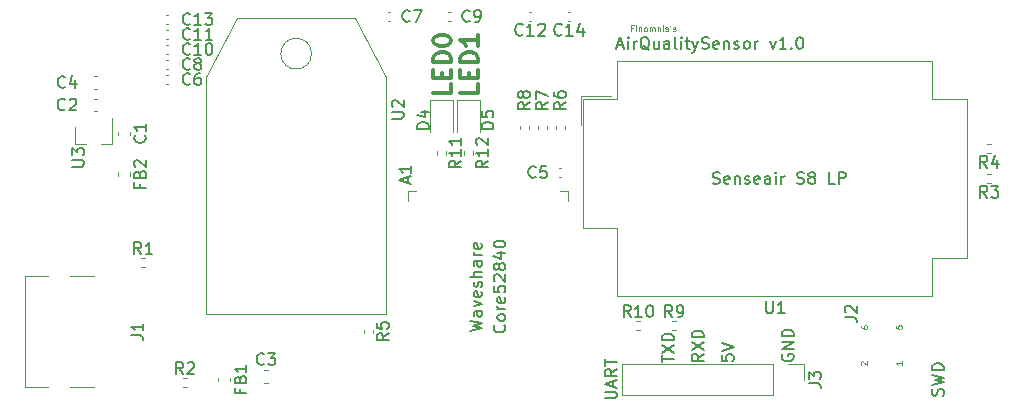
<source format=gto>
G04 #@! TF.GenerationSoftware,KiCad,Pcbnew,(5.1.10)-1*
G04 #@! TF.CreationDate,2021-10-09T12:44:35+02:00*
G04 #@! TF.ProjectId,AirQualitySensor,41697251-7561-46c6-9974-7953656e736f,rev?*
G04 #@! TF.SameCoordinates,Original*
G04 #@! TF.FileFunction,Legend,Top*
G04 #@! TF.FilePolarity,Positive*
%FSLAX46Y46*%
G04 Gerber Fmt 4.6, Leading zero omitted, Abs format (unit mm)*
G04 Created by KiCad (PCBNEW (5.1.10)-1) date 2021-10-09 12:44:35*
%MOMM*%
%LPD*%
G01*
G04 APERTURE LIST*
%ADD10C,0.065000*%
%ADD11C,0.150000*%
%ADD12C,0.300000*%
%ADD13C,0.120000*%
%ADD14C,0.080000*%
%ADD15C,5.000000*%
%ADD16C,1.800000*%
%ADD17R,1.800000X1.800000*%
%ADD18O,1.700000X1.700000*%
%ADD19R,1.700000X1.700000*%
%ADD20C,0.787000*%
%ADD21C,0.991000*%
%ADD22C,2.374900*%
%ADD23R,0.800000X0.900000*%
%ADD24R,1.450000X0.600000*%
%ADD25R,1.450000X0.300000*%
%ADD26O,2.100000X1.000000*%
%ADD27C,0.650000*%
%ADD28O,1.600000X1.000000*%
%ADD29C,1.524000*%
%ADD30C,1.700000*%
%ADD31C,1.337000*%
%ADD32C,1.200000*%
G04 APERTURE END LIST*
D10*
X156537964Y-90134285D02*
X156371297Y-90134285D01*
X156371297Y-90396190D02*
X156371297Y-89896190D01*
X156609392Y-89896190D01*
X156799869Y-90396190D02*
X156799869Y-90062857D01*
X156799869Y-89896190D02*
X156776059Y-89920000D01*
X156799869Y-89943809D01*
X156823678Y-89920000D01*
X156799869Y-89896190D01*
X156799869Y-89943809D01*
X157037964Y-90062857D02*
X157037964Y-90396190D01*
X157037964Y-90110476D02*
X157061773Y-90086666D01*
X157109392Y-90062857D01*
X157180821Y-90062857D01*
X157228440Y-90086666D01*
X157252250Y-90134285D01*
X157252250Y-90396190D01*
X157561773Y-90396190D02*
X157514154Y-90372380D01*
X157490345Y-90348571D01*
X157466535Y-90300952D01*
X157466535Y-90158095D01*
X157490345Y-90110476D01*
X157514154Y-90086666D01*
X157561773Y-90062857D01*
X157633202Y-90062857D01*
X157680821Y-90086666D01*
X157704630Y-90110476D01*
X157728440Y-90158095D01*
X157728440Y-90300952D01*
X157704630Y-90348571D01*
X157680821Y-90372380D01*
X157633202Y-90396190D01*
X157561773Y-90396190D01*
X157942726Y-90396190D02*
X157942726Y-90062857D01*
X157942726Y-90110476D02*
X157966535Y-90086666D01*
X158014154Y-90062857D01*
X158085583Y-90062857D01*
X158133202Y-90086666D01*
X158157011Y-90134285D01*
X158157011Y-90396190D01*
X158157011Y-90134285D02*
X158180821Y-90086666D01*
X158228440Y-90062857D01*
X158299869Y-90062857D01*
X158347488Y-90086666D01*
X158371297Y-90134285D01*
X158371297Y-90396190D01*
X158609392Y-90062857D02*
X158609392Y-90396190D01*
X158609392Y-90110476D02*
X158633202Y-90086666D01*
X158680821Y-90062857D01*
X158752250Y-90062857D01*
X158799869Y-90086666D01*
X158823678Y-90134285D01*
X158823678Y-90396190D01*
X159061773Y-90396190D02*
X159061773Y-90062857D01*
X159061773Y-89896190D02*
X159037964Y-89920000D01*
X159061773Y-89943809D01*
X159085583Y-89920000D01*
X159061773Y-89896190D01*
X159061773Y-89943809D01*
X159276059Y-90372380D02*
X159323678Y-90396190D01*
X159418916Y-90396190D01*
X159466535Y-90372380D01*
X159490345Y-90324761D01*
X159490345Y-90300952D01*
X159466535Y-90253333D01*
X159418916Y-90229523D01*
X159347488Y-90229523D01*
X159299869Y-90205714D01*
X159276059Y-90158095D01*
X159276059Y-90134285D01*
X159299869Y-90086666D01*
X159347488Y-90062857D01*
X159418916Y-90062857D01*
X159466535Y-90086666D01*
X159728440Y-89896190D02*
X159680821Y-89991428D01*
X159918916Y-90372380D02*
X159966535Y-90396190D01*
X160061773Y-90396190D01*
X160109392Y-90372380D01*
X160133202Y-90324761D01*
X160133202Y-90300952D01*
X160109392Y-90253333D01*
X160061773Y-90229523D01*
X159990345Y-90229523D01*
X159942726Y-90205714D01*
X159918916Y-90158095D01*
X159918916Y-90134285D01*
X159942726Y-90086666D01*
X159990345Y-90062857D01*
X160061773Y-90062857D01*
X160109392Y-90086666D01*
D11*
X155227976Y-91606666D02*
X155704166Y-91606666D01*
X155132738Y-91892380D02*
X155466071Y-90892380D01*
X155799404Y-91892380D01*
X156132738Y-91892380D02*
X156132738Y-91225714D01*
X156132738Y-90892380D02*
X156085119Y-90940000D01*
X156132738Y-90987619D01*
X156180357Y-90940000D01*
X156132738Y-90892380D01*
X156132738Y-90987619D01*
X156608928Y-91892380D02*
X156608928Y-91225714D01*
X156608928Y-91416190D02*
X156656547Y-91320952D01*
X156704166Y-91273333D01*
X156799404Y-91225714D01*
X156894642Y-91225714D01*
X157894642Y-91987619D02*
X157799404Y-91940000D01*
X157704166Y-91844761D01*
X157561309Y-91701904D01*
X157466071Y-91654285D01*
X157370833Y-91654285D01*
X157418452Y-91892380D02*
X157323214Y-91844761D01*
X157227976Y-91749523D01*
X157180357Y-91559047D01*
X157180357Y-91225714D01*
X157227976Y-91035238D01*
X157323214Y-90940000D01*
X157418452Y-90892380D01*
X157608928Y-90892380D01*
X157704166Y-90940000D01*
X157799404Y-91035238D01*
X157847023Y-91225714D01*
X157847023Y-91559047D01*
X157799404Y-91749523D01*
X157704166Y-91844761D01*
X157608928Y-91892380D01*
X157418452Y-91892380D01*
X158704166Y-91225714D02*
X158704166Y-91892380D01*
X158275595Y-91225714D02*
X158275595Y-91749523D01*
X158323214Y-91844761D01*
X158418452Y-91892380D01*
X158561309Y-91892380D01*
X158656547Y-91844761D01*
X158704166Y-91797142D01*
X159608928Y-91892380D02*
X159608928Y-91368571D01*
X159561309Y-91273333D01*
X159466071Y-91225714D01*
X159275595Y-91225714D01*
X159180357Y-91273333D01*
X159608928Y-91844761D02*
X159513690Y-91892380D01*
X159275595Y-91892380D01*
X159180357Y-91844761D01*
X159132738Y-91749523D01*
X159132738Y-91654285D01*
X159180357Y-91559047D01*
X159275595Y-91511428D01*
X159513690Y-91511428D01*
X159608928Y-91463809D01*
X160227976Y-91892380D02*
X160132738Y-91844761D01*
X160085119Y-91749523D01*
X160085119Y-90892380D01*
X160608928Y-91892380D02*
X160608928Y-91225714D01*
X160608928Y-90892380D02*
X160561309Y-90940000D01*
X160608928Y-90987619D01*
X160656547Y-90940000D01*
X160608928Y-90892380D01*
X160608928Y-90987619D01*
X160942261Y-91225714D02*
X161323214Y-91225714D01*
X161085119Y-90892380D02*
X161085119Y-91749523D01*
X161132738Y-91844761D01*
X161227976Y-91892380D01*
X161323214Y-91892380D01*
X161561309Y-91225714D02*
X161799404Y-91892380D01*
X162037500Y-91225714D02*
X161799404Y-91892380D01*
X161704166Y-92130476D01*
X161656547Y-92178095D01*
X161561309Y-92225714D01*
X162370833Y-91844761D02*
X162513690Y-91892380D01*
X162751785Y-91892380D01*
X162847023Y-91844761D01*
X162894642Y-91797142D01*
X162942261Y-91701904D01*
X162942261Y-91606666D01*
X162894642Y-91511428D01*
X162847023Y-91463809D01*
X162751785Y-91416190D01*
X162561309Y-91368571D01*
X162466071Y-91320952D01*
X162418452Y-91273333D01*
X162370833Y-91178095D01*
X162370833Y-91082857D01*
X162418452Y-90987619D01*
X162466071Y-90940000D01*
X162561309Y-90892380D01*
X162799404Y-90892380D01*
X162942261Y-90940000D01*
X163751785Y-91844761D02*
X163656547Y-91892380D01*
X163466071Y-91892380D01*
X163370833Y-91844761D01*
X163323214Y-91749523D01*
X163323214Y-91368571D01*
X163370833Y-91273333D01*
X163466071Y-91225714D01*
X163656547Y-91225714D01*
X163751785Y-91273333D01*
X163799404Y-91368571D01*
X163799404Y-91463809D01*
X163323214Y-91559047D01*
X164227976Y-91225714D02*
X164227976Y-91892380D01*
X164227976Y-91320952D02*
X164275595Y-91273333D01*
X164370833Y-91225714D01*
X164513690Y-91225714D01*
X164608928Y-91273333D01*
X164656547Y-91368571D01*
X164656547Y-91892380D01*
X165085119Y-91844761D02*
X165180357Y-91892380D01*
X165370833Y-91892380D01*
X165466071Y-91844761D01*
X165513690Y-91749523D01*
X165513690Y-91701904D01*
X165466071Y-91606666D01*
X165370833Y-91559047D01*
X165227976Y-91559047D01*
X165132738Y-91511428D01*
X165085119Y-91416190D01*
X165085119Y-91368571D01*
X165132738Y-91273333D01*
X165227976Y-91225714D01*
X165370833Y-91225714D01*
X165466071Y-91273333D01*
X166085119Y-91892380D02*
X165989880Y-91844761D01*
X165942261Y-91797142D01*
X165894642Y-91701904D01*
X165894642Y-91416190D01*
X165942261Y-91320952D01*
X165989880Y-91273333D01*
X166085119Y-91225714D01*
X166227976Y-91225714D01*
X166323214Y-91273333D01*
X166370833Y-91320952D01*
X166418452Y-91416190D01*
X166418452Y-91701904D01*
X166370833Y-91797142D01*
X166323214Y-91844761D01*
X166227976Y-91892380D01*
X166085119Y-91892380D01*
X166847023Y-91892380D02*
X166847023Y-91225714D01*
X166847023Y-91416190D02*
X166894642Y-91320952D01*
X166942261Y-91273333D01*
X167037500Y-91225714D01*
X167132738Y-91225714D01*
X168132738Y-91225714D02*
X168370833Y-91892380D01*
X168608928Y-91225714D01*
X169513690Y-91892380D02*
X168942261Y-91892380D01*
X169227976Y-91892380D02*
X169227976Y-90892380D01*
X169132738Y-91035238D01*
X169037500Y-91130476D01*
X168942261Y-91178095D01*
X169942261Y-91797142D02*
X169989880Y-91844761D01*
X169942261Y-91892380D01*
X169894642Y-91844761D01*
X169942261Y-91797142D01*
X169942261Y-91892380D01*
X170608928Y-90892380D02*
X170704166Y-90892380D01*
X170799404Y-90940000D01*
X170847023Y-90987619D01*
X170894642Y-91082857D01*
X170942261Y-91273333D01*
X170942261Y-91511428D01*
X170894642Y-91701904D01*
X170847023Y-91797142D01*
X170799404Y-91844761D01*
X170704166Y-91892380D01*
X170608928Y-91892380D01*
X170513690Y-91844761D01*
X170466071Y-91797142D01*
X170418452Y-91701904D01*
X170370833Y-91511428D01*
X170370833Y-91273333D01*
X170418452Y-91082857D01*
X170466071Y-90987619D01*
X170513690Y-90940000D01*
X170608928Y-90892380D01*
D12*
X143426571Y-94896571D02*
X143426571Y-95610857D01*
X141926571Y-95610857D01*
X142640857Y-94396571D02*
X142640857Y-93896571D01*
X143426571Y-93682285D02*
X143426571Y-94396571D01*
X141926571Y-94396571D01*
X141926571Y-93682285D01*
X143426571Y-93039428D02*
X141926571Y-93039428D01*
X141926571Y-92682285D01*
X141998000Y-92468000D01*
X142140857Y-92325142D01*
X142283714Y-92253714D01*
X142569428Y-92182285D01*
X142783714Y-92182285D01*
X143069428Y-92253714D01*
X143212285Y-92325142D01*
X143355142Y-92468000D01*
X143426571Y-92682285D01*
X143426571Y-93039428D01*
X143426571Y-90753714D02*
X143426571Y-91610857D01*
X143426571Y-91182285D02*
X141926571Y-91182285D01*
X142140857Y-91325142D01*
X142283714Y-91468000D01*
X142355142Y-91610857D01*
X141140571Y-94896571D02*
X141140571Y-95610857D01*
X139640571Y-95610857D01*
X140354857Y-94396571D02*
X140354857Y-93896571D01*
X141140571Y-93682285D02*
X141140571Y-94396571D01*
X139640571Y-94396571D01*
X139640571Y-93682285D01*
X141140571Y-93039428D02*
X139640571Y-93039428D01*
X139640571Y-92682285D01*
X139712000Y-92468000D01*
X139854857Y-92325142D01*
X139997714Y-92253714D01*
X140283428Y-92182285D01*
X140497714Y-92182285D01*
X140783428Y-92253714D01*
X140926285Y-92325142D01*
X141069142Y-92468000D01*
X141140571Y-92682285D01*
X141140571Y-93039428D01*
X139640571Y-91253714D02*
X139640571Y-91110857D01*
X139712000Y-90968000D01*
X139783428Y-90896571D01*
X139926285Y-90825142D01*
X140212000Y-90753714D01*
X140569142Y-90753714D01*
X140854857Y-90825142D01*
X140997714Y-90896571D01*
X141069142Y-90968000D01*
X141140571Y-91110857D01*
X141140571Y-91253714D01*
X141069142Y-91396571D01*
X140997714Y-91468000D01*
X140854857Y-91539428D01*
X140569142Y-91610857D01*
X140212000Y-91610857D01*
X139926285Y-91539428D01*
X139783428Y-91468000D01*
X139712000Y-91396571D01*
X139640571Y-91253714D01*
D11*
X182776761Y-121245142D02*
X182824380Y-121102285D01*
X182824380Y-120864190D01*
X182776761Y-120768952D01*
X182729142Y-120721333D01*
X182633904Y-120673714D01*
X182538666Y-120673714D01*
X182443428Y-120721333D01*
X182395809Y-120768952D01*
X182348190Y-120864190D01*
X182300571Y-121054666D01*
X182252952Y-121149904D01*
X182205333Y-121197523D01*
X182110095Y-121245142D01*
X182014857Y-121245142D01*
X181919619Y-121197523D01*
X181872000Y-121149904D01*
X181824380Y-121054666D01*
X181824380Y-120816571D01*
X181872000Y-120673714D01*
X181824380Y-120340380D02*
X182824380Y-120102285D01*
X182110095Y-119911809D01*
X182824380Y-119721333D01*
X181824380Y-119483238D01*
X182824380Y-119102285D02*
X181824380Y-119102285D01*
X181824380Y-118864190D01*
X181872000Y-118721333D01*
X181967238Y-118626095D01*
X182062476Y-118578476D01*
X182252952Y-118530857D01*
X182395809Y-118530857D01*
X182586285Y-118578476D01*
X182681523Y-118626095D01*
X182776761Y-118721333D01*
X182824380Y-118864190D01*
X182824380Y-119102285D01*
X154138380Y-121483238D02*
X154947904Y-121483238D01*
X155043142Y-121435619D01*
X155090761Y-121388000D01*
X155138380Y-121292761D01*
X155138380Y-121102285D01*
X155090761Y-121007047D01*
X155043142Y-120959428D01*
X154947904Y-120911809D01*
X154138380Y-120911809D01*
X154852666Y-120483238D02*
X154852666Y-120007047D01*
X155138380Y-120578476D02*
X154138380Y-120245142D01*
X155138380Y-119911809D01*
X155138380Y-119007047D02*
X154662190Y-119340380D01*
X155138380Y-119578476D02*
X154138380Y-119578476D01*
X154138380Y-119197523D01*
X154186000Y-119102285D01*
X154233619Y-119054666D01*
X154328857Y-119007047D01*
X154471714Y-119007047D01*
X154566952Y-119054666D01*
X154614571Y-119102285D01*
X154662190Y-119197523D01*
X154662190Y-119578476D01*
X154138380Y-118721333D02*
X154138380Y-118149904D01*
X155138380Y-118435619D02*
X154138380Y-118435619D01*
X158964380Y-118425261D02*
X158964380Y-117853833D01*
X159964380Y-118139547D02*
X158964380Y-118139547D01*
X158964380Y-117615738D02*
X159964380Y-116949071D01*
X158964380Y-116949071D02*
X159964380Y-117615738D01*
X159964380Y-116568119D02*
X158964380Y-116568119D01*
X158964380Y-116330023D01*
X159012000Y-116187166D01*
X159107238Y-116091928D01*
X159202476Y-116044309D01*
X159392952Y-115996690D01*
X159535809Y-115996690D01*
X159726285Y-116044309D01*
X159821523Y-116091928D01*
X159916761Y-116187166D01*
X159964380Y-116330023D01*
X159964380Y-116568119D01*
X162504380Y-117710976D02*
X162028190Y-118044309D01*
X162504380Y-118282404D02*
X161504380Y-118282404D01*
X161504380Y-117901452D01*
X161552000Y-117806214D01*
X161599619Y-117758595D01*
X161694857Y-117710976D01*
X161837714Y-117710976D01*
X161932952Y-117758595D01*
X161980571Y-117806214D01*
X162028190Y-117901452D01*
X162028190Y-118282404D01*
X161504380Y-117377642D02*
X162504380Y-116710976D01*
X161504380Y-116710976D02*
X162504380Y-117377642D01*
X162504380Y-116330023D02*
X161504380Y-116330023D01*
X161504380Y-116091928D01*
X161552000Y-115949071D01*
X161647238Y-115853833D01*
X161742476Y-115806214D01*
X161932952Y-115758595D01*
X162075809Y-115758595D01*
X162266285Y-115806214D01*
X162361523Y-115853833D01*
X162456761Y-115949071D01*
X162504380Y-116091928D01*
X162504380Y-116330023D01*
X169172000Y-117758595D02*
X169124380Y-117853833D01*
X169124380Y-117996690D01*
X169172000Y-118139547D01*
X169267238Y-118234785D01*
X169362476Y-118282404D01*
X169552952Y-118330023D01*
X169695809Y-118330023D01*
X169886285Y-118282404D01*
X169981523Y-118234785D01*
X170076761Y-118139547D01*
X170124380Y-117996690D01*
X170124380Y-117901452D01*
X170076761Y-117758595D01*
X170029142Y-117710976D01*
X169695809Y-117710976D01*
X169695809Y-117901452D01*
X170124380Y-117282404D02*
X169124380Y-117282404D01*
X170124380Y-116710976D01*
X169124380Y-116710976D01*
X170124380Y-116234785D02*
X169124380Y-116234785D01*
X169124380Y-115996690D01*
X169172000Y-115853833D01*
X169267238Y-115758595D01*
X169362476Y-115710976D01*
X169552952Y-115663357D01*
X169695809Y-115663357D01*
X169886285Y-115710976D01*
X169981523Y-115758595D01*
X170076761Y-115853833D01*
X170124380Y-115996690D01*
X170124380Y-116234785D01*
X164044380Y-117806214D02*
X164044380Y-118282404D01*
X164520571Y-118330023D01*
X164472952Y-118282404D01*
X164425333Y-118187166D01*
X164425333Y-117949071D01*
X164472952Y-117853833D01*
X164520571Y-117806214D01*
X164615809Y-117758595D01*
X164853904Y-117758595D01*
X164949142Y-117806214D01*
X164996761Y-117853833D01*
X165044380Y-117949071D01*
X165044380Y-118187166D01*
X164996761Y-118282404D01*
X164949142Y-118330023D01*
X164044380Y-117472880D02*
X165044380Y-117139547D01*
X164044380Y-116806214D01*
D13*
X143001000Y-100555359D02*
X143001000Y-100862641D01*
X142241000Y-100555359D02*
X142241000Y-100862641D01*
X140715000Y-100555359D02*
X140715000Y-100862641D01*
X139955000Y-100555359D02*
X139955000Y-100862641D01*
X143581000Y-98917000D02*
X143581000Y-96232000D01*
X143581000Y-96232000D02*
X141661000Y-96232000D01*
X141661000Y-96232000D02*
X141661000Y-98917000D01*
X141295000Y-98917000D02*
X141295000Y-96232000D01*
X141295000Y-96232000D02*
X139375000Y-96232000D01*
X139375000Y-96232000D02*
X139375000Y-98917000D01*
X156818359Y-115696000D02*
X157125641Y-115696000D01*
X156818359Y-114936000D02*
X157125641Y-114936000D01*
X159868359Y-115696000D02*
X160175641Y-115696000D01*
X159868359Y-114936000D02*
X160175641Y-114936000D01*
X146940000Y-98398359D02*
X146940000Y-98705641D01*
X147700000Y-98398359D02*
X147700000Y-98705641D01*
X148464000Y-98398359D02*
X148464000Y-98705641D01*
X149224000Y-98398359D02*
X149224000Y-98705641D01*
X149988000Y-98398359D02*
X149988000Y-98705641D01*
X150748000Y-98398359D02*
X150748000Y-98705641D01*
X151237836Y-88794000D02*
X151022164Y-88794000D01*
X151237836Y-89514000D02*
X151022164Y-89514000D01*
X171002000Y-118558000D02*
X171002000Y-119888000D01*
X169672000Y-118558000D02*
X171002000Y-118558000D01*
X168402000Y-118558000D02*
X168402000Y-121218000D01*
X168402000Y-121218000D02*
X155642000Y-121218000D01*
X168402000Y-118558000D02*
X155642000Y-118558000D01*
X155642000Y-118558000D02*
X155642000Y-121218000D01*
X117201836Y-89768000D02*
X116986164Y-89768000D01*
X117201836Y-89048000D02*
X116986164Y-89048000D01*
X147935836Y-89514000D02*
X147720164Y-89514000D01*
X147935836Y-88794000D02*
X147720164Y-88794000D01*
X117201836Y-91038000D02*
X116986164Y-91038000D01*
X117201836Y-90318000D02*
X116986164Y-90318000D01*
X117201836Y-92308000D02*
X116986164Y-92308000D01*
X117201836Y-91588000D02*
X116986164Y-91588000D01*
X141105836Y-89514000D02*
X140890164Y-89514000D01*
X141105836Y-88794000D02*
X140890164Y-88794000D01*
X117201836Y-93578000D02*
X116986164Y-93578000D01*
X117201836Y-92858000D02*
X116986164Y-92858000D01*
X135997836Y-88794000D02*
X135782164Y-88794000D01*
X135997836Y-89514000D02*
X135782164Y-89514000D01*
X117201836Y-94848000D02*
X116986164Y-94848000D01*
X117201836Y-94128000D02*
X116986164Y-94128000D01*
X133732000Y-115977641D02*
X133732000Y-115670359D01*
X134492000Y-115977641D02*
X134492000Y-115670359D01*
X186843641Y-100710000D02*
X186536359Y-100710000D01*
X186843641Y-99950000D02*
X186536359Y-99950000D01*
X186843641Y-103250000D02*
X186536359Y-103250000D01*
X186843641Y-102490000D02*
X186536359Y-102490000D01*
X150475836Y-102722000D02*
X150260164Y-102722000D01*
X150475836Y-102002000D02*
X150260164Y-102002000D01*
X109291000Y-99947000D02*
X109291000Y-98487000D01*
X112451000Y-99947000D02*
X112451000Y-97787000D01*
X112451000Y-99947000D02*
X111521000Y-99947000D01*
X109291000Y-99947000D02*
X110221000Y-99947000D01*
X118464359Y-120522000D02*
X118771641Y-120522000D01*
X118464359Y-119762000D02*
X118771641Y-119762000D01*
X114908359Y-110362000D02*
X115215641Y-110362000D01*
X114908359Y-109602000D02*
X115215641Y-109602000D01*
X105066000Y-111124000D02*
X105066000Y-120524000D01*
X110866000Y-120524000D02*
X108866000Y-120524000D01*
X106966000Y-120524000D02*
X105066000Y-120524000D01*
X110866000Y-111124000D02*
X108866000Y-111124000D01*
X106966000Y-111124000D02*
X105066000Y-111124000D01*
X112901000Y-102351721D02*
X112901000Y-102677279D01*
X113921000Y-102351721D02*
X113921000Y-102677279D01*
X121410000Y-119725221D02*
X121410000Y-120050779D01*
X122430000Y-119725221D02*
X122430000Y-120050779D01*
X111151580Y-94232000D02*
X110870420Y-94232000D01*
X111151580Y-95252000D02*
X110870420Y-95252000D01*
X125322420Y-120144000D02*
X125603580Y-120144000D01*
X125322420Y-119124000D02*
X125603580Y-119124000D01*
X111151580Y-96137000D02*
X110870420Y-96137000D01*
X111151580Y-97157000D02*
X110870420Y-97157000D01*
X112901000Y-98906420D02*
X112901000Y-99187580D01*
X113921000Y-98906420D02*
X113921000Y-99187580D01*
X129316000Y-92300000D02*
G75*
G03*
X129316000Y-92300000I-1300000J0D01*
G01*
X135636000Y-94300000D02*
X135636000Y-114300000D01*
X133016000Y-89300000D02*
X135636000Y-94300000D01*
X123016000Y-89300000D02*
X133016000Y-89300000D01*
X120396000Y-94300000D02*
X123016000Y-89300000D01*
X120396000Y-114300000D02*
X120396000Y-94300000D01*
X135636000Y-114300000D02*
X120396000Y-114300000D01*
X181820000Y-112820000D02*
X181820000Y-109600000D01*
X184790000Y-109600000D02*
X184790000Y-96100000D01*
X181820000Y-96100000D02*
X181820000Y-92920000D01*
X155220000Y-92920000D02*
X155220000Y-96100000D01*
X184790000Y-109600000D02*
X181820000Y-109600000D01*
X184790000Y-96100000D02*
X181820000Y-96100000D01*
X155220000Y-92920000D02*
X181820000Y-92920000D01*
X155220000Y-96100000D02*
X152290000Y-96100000D01*
X152290000Y-107100000D02*
X152290000Y-96100000D01*
X155220000Y-107100000D02*
X152290000Y-107100000D01*
X155220000Y-107100000D02*
X155220000Y-112820000D01*
X181820000Y-112820000D02*
X155220000Y-112820000D01*
X152090000Y-98330000D02*
X152090000Y-95900000D01*
X152090000Y-95900000D02*
X154660000Y-95900000D01*
X151022000Y-103914000D02*
X151022000Y-104814000D01*
X151022000Y-103914000D02*
X150372000Y-103914000D01*
X137522000Y-103914000D02*
X137522000Y-104814000D01*
X138172000Y-103914000D02*
X137522000Y-103914000D01*
D11*
X144243380Y-101351857D02*
X143767190Y-101685190D01*
X144243380Y-101923285D02*
X143243380Y-101923285D01*
X143243380Y-101542333D01*
X143291000Y-101447095D01*
X143338619Y-101399476D01*
X143433857Y-101351857D01*
X143576714Y-101351857D01*
X143671952Y-101399476D01*
X143719571Y-101447095D01*
X143767190Y-101542333D01*
X143767190Y-101923285D01*
X144243380Y-100399476D02*
X144243380Y-100970904D01*
X144243380Y-100685190D02*
X143243380Y-100685190D01*
X143386238Y-100780428D01*
X143481476Y-100875666D01*
X143529095Y-100970904D01*
X143338619Y-100018523D02*
X143291000Y-99970904D01*
X143243380Y-99875666D01*
X143243380Y-99637571D01*
X143291000Y-99542333D01*
X143338619Y-99494714D01*
X143433857Y-99447095D01*
X143529095Y-99447095D01*
X143671952Y-99494714D01*
X144243380Y-100066142D01*
X144243380Y-99447095D01*
X141957380Y-101351857D02*
X141481190Y-101685190D01*
X141957380Y-101923285D02*
X140957380Y-101923285D01*
X140957380Y-101542333D01*
X141005000Y-101447095D01*
X141052619Y-101399476D01*
X141147857Y-101351857D01*
X141290714Y-101351857D01*
X141385952Y-101399476D01*
X141433571Y-101447095D01*
X141481190Y-101542333D01*
X141481190Y-101923285D01*
X141957380Y-100399476D02*
X141957380Y-100970904D01*
X141957380Y-100685190D02*
X140957380Y-100685190D01*
X141100238Y-100780428D01*
X141195476Y-100875666D01*
X141243095Y-100970904D01*
X141957380Y-99447095D02*
X141957380Y-100018523D01*
X141957380Y-99732809D02*
X140957380Y-99732809D01*
X141100238Y-99828047D01*
X141195476Y-99923285D01*
X141243095Y-100018523D01*
X144723380Y-98655095D02*
X143723380Y-98655095D01*
X143723380Y-98417000D01*
X143771000Y-98274142D01*
X143866238Y-98178904D01*
X143961476Y-98131285D01*
X144151952Y-98083666D01*
X144294809Y-98083666D01*
X144485285Y-98131285D01*
X144580523Y-98178904D01*
X144675761Y-98274142D01*
X144723380Y-98417000D01*
X144723380Y-98655095D01*
X143723380Y-97178904D02*
X143723380Y-97655095D01*
X144199571Y-97702714D01*
X144151952Y-97655095D01*
X144104333Y-97559857D01*
X144104333Y-97321761D01*
X144151952Y-97226523D01*
X144199571Y-97178904D01*
X144294809Y-97131285D01*
X144532904Y-97131285D01*
X144628142Y-97178904D01*
X144675761Y-97226523D01*
X144723380Y-97321761D01*
X144723380Y-97559857D01*
X144675761Y-97655095D01*
X144628142Y-97702714D01*
X139263380Y-98655095D02*
X138263380Y-98655095D01*
X138263380Y-98417000D01*
X138311000Y-98274142D01*
X138406238Y-98178904D01*
X138501476Y-98131285D01*
X138691952Y-98083666D01*
X138834809Y-98083666D01*
X139025285Y-98131285D01*
X139120523Y-98178904D01*
X139215761Y-98274142D01*
X139263380Y-98417000D01*
X139263380Y-98655095D01*
X138596714Y-97226523D02*
X139263380Y-97226523D01*
X138215761Y-97464619D02*
X138930047Y-97702714D01*
X138930047Y-97083666D01*
X156329142Y-114598380D02*
X155995809Y-114122190D01*
X155757714Y-114598380D02*
X155757714Y-113598380D01*
X156138666Y-113598380D01*
X156233904Y-113646000D01*
X156281523Y-113693619D01*
X156329142Y-113788857D01*
X156329142Y-113931714D01*
X156281523Y-114026952D01*
X156233904Y-114074571D01*
X156138666Y-114122190D01*
X155757714Y-114122190D01*
X157281523Y-114598380D02*
X156710095Y-114598380D01*
X156995809Y-114598380D02*
X156995809Y-113598380D01*
X156900571Y-113741238D01*
X156805333Y-113836476D01*
X156710095Y-113884095D01*
X157900571Y-113598380D02*
X157995809Y-113598380D01*
X158091047Y-113646000D01*
X158138666Y-113693619D01*
X158186285Y-113788857D01*
X158233904Y-113979333D01*
X158233904Y-114217428D01*
X158186285Y-114407904D01*
X158138666Y-114503142D01*
X158091047Y-114550761D01*
X157995809Y-114598380D01*
X157900571Y-114598380D01*
X157805333Y-114550761D01*
X157757714Y-114503142D01*
X157710095Y-114407904D01*
X157662476Y-114217428D01*
X157662476Y-113979333D01*
X157710095Y-113788857D01*
X157757714Y-113693619D01*
X157805333Y-113646000D01*
X157900571Y-113598380D01*
X159855333Y-114598380D02*
X159522000Y-114122190D01*
X159283904Y-114598380D02*
X159283904Y-113598380D01*
X159664857Y-113598380D01*
X159760095Y-113646000D01*
X159807714Y-113693619D01*
X159855333Y-113788857D01*
X159855333Y-113931714D01*
X159807714Y-114026952D01*
X159760095Y-114074571D01*
X159664857Y-114122190D01*
X159283904Y-114122190D01*
X160331523Y-114598380D02*
X160522000Y-114598380D01*
X160617238Y-114550761D01*
X160664857Y-114503142D01*
X160760095Y-114360285D01*
X160807714Y-114169809D01*
X160807714Y-113788857D01*
X160760095Y-113693619D01*
X160712476Y-113646000D01*
X160617238Y-113598380D01*
X160426761Y-113598380D01*
X160331523Y-113646000D01*
X160283904Y-113693619D01*
X160236285Y-113788857D01*
X160236285Y-114026952D01*
X160283904Y-114122190D01*
X160331523Y-114169809D01*
X160426761Y-114217428D01*
X160617238Y-114217428D01*
X160712476Y-114169809D01*
X160760095Y-114122190D01*
X160807714Y-114026952D01*
X147772380Y-96432666D02*
X147296190Y-96766000D01*
X147772380Y-97004095D02*
X146772380Y-97004095D01*
X146772380Y-96623142D01*
X146820000Y-96527904D01*
X146867619Y-96480285D01*
X146962857Y-96432666D01*
X147105714Y-96432666D01*
X147200952Y-96480285D01*
X147248571Y-96527904D01*
X147296190Y-96623142D01*
X147296190Y-97004095D01*
X147200952Y-95861238D02*
X147153333Y-95956476D01*
X147105714Y-96004095D01*
X147010476Y-96051714D01*
X146962857Y-96051714D01*
X146867619Y-96004095D01*
X146820000Y-95956476D01*
X146772380Y-95861238D01*
X146772380Y-95670761D01*
X146820000Y-95575523D01*
X146867619Y-95527904D01*
X146962857Y-95480285D01*
X147010476Y-95480285D01*
X147105714Y-95527904D01*
X147153333Y-95575523D01*
X147200952Y-95670761D01*
X147200952Y-95861238D01*
X147248571Y-95956476D01*
X147296190Y-96004095D01*
X147391428Y-96051714D01*
X147581904Y-96051714D01*
X147677142Y-96004095D01*
X147724761Y-95956476D01*
X147772380Y-95861238D01*
X147772380Y-95670761D01*
X147724761Y-95575523D01*
X147677142Y-95527904D01*
X147581904Y-95480285D01*
X147391428Y-95480285D01*
X147296190Y-95527904D01*
X147248571Y-95575523D01*
X147200952Y-95670761D01*
X149296380Y-96432666D02*
X148820190Y-96766000D01*
X149296380Y-97004095D02*
X148296380Y-97004095D01*
X148296380Y-96623142D01*
X148344000Y-96527904D01*
X148391619Y-96480285D01*
X148486857Y-96432666D01*
X148629714Y-96432666D01*
X148724952Y-96480285D01*
X148772571Y-96527904D01*
X148820190Y-96623142D01*
X148820190Y-97004095D01*
X148296380Y-96099333D02*
X148296380Y-95432666D01*
X149296380Y-95861238D01*
X150820380Y-96432666D02*
X150344190Y-96766000D01*
X150820380Y-97004095D02*
X149820380Y-97004095D01*
X149820380Y-96623142D01*
X149868000Y-96527904D01*
X149915619Y-96480285D01*
X150010857Y-96432666D01*
X150153714Y-96432666D01*
X150248952Y-96480285D01*
X150296571Y-96527904D01*
X150344190Y-96623142D01*
X150344190Y-97004095D01*
X149820380Y-95575523D02*
X149820380Y-95766000D01*
X149868000Y-95861238D01*
X149915619Y-95908857D01*
X150058476Y-96004095D01*
X150248952Y-96051714D01*
X150629904Y-96051714D01*
X150725142Y-96004095D01*
X150772761Y-95956476D01*
X150820380Y-95861238D01*
X150820380Y-95670761D01*
X150772761Y-95575523D01*
X150725142Y-95527904D01*
X150629904Y-95480285D01*
X150391809Y-95480285D01*
X150296571Y-95527904D01*
X150248952Y-95575523D01*
X150201333Y-95670761D01*
X150201333Y-95861238D01*
X150248952Y-95956476D01*
X150296571Y-96004095D01*
X150391809Y-96051714D01*
X150487142Y-90671142D02*
X150439523Y-90718761D01*
X150296666Y-90766380D01*
X150201428Y-90766380D01*
X150058571Y-90718761D01*
X149963333Y-90623523D01*
X149915714Y-90528285D01*
X149868095Y-90337809D01*
X149868095Y-90194952D01*
X149915714Y-90004476D01*
X149963333Y-89909238D01*
X150058571Y-89814000D01*
X150201428Y-89766380D01*
X150296666Y-89766380D01*
X150439523Y-89814000D01*
X150487142Y-89861619D01*
X151439523Y-90766380D02*
X150868095Y-90766380D01*
X151153809Y-90766380D02*
X151153809Y-89766380D01*
X151058571Y-89909238D01*
X150963333Y-90004476D01*
X150868095Y-90052095D01*
X152296666Y-90099714D02*
X152296666Y-90766380D01*
X152058571Y-89718761D02*
X151820476Y-90433047D01*
X152439523Y-90433047D01*
X171454380Y-120221333D02*
X172168666Y-120221333D01*
X172311523Y-120268952D01*
X172406761Y-120364190D01*
X172454380Y-120507047D01*
X172454380Y-120602285D01*
X171454380Y-119840380D02*
X171454380Y-119221333D01*
X171835333Y-119554666D01*
X171835333Y-119411809D01*
X171882952Y-119316571D01*
X171930571Y-119268952D01*
X172025809Y-119221333D01*
X172263904Y-119221333D01*
X172359142Y-119268952D01*
X172406761Y-119316571D01*
X172454380Y-119411809D01*
X172454380Y-119697523D01*
X172406761Y-119792761D01*
X172359142Y-119840380D01*
X174458380Y-114633333D02*
X175172666Y-114633333D01*
X175315523Y-114680952D01*
X175410761Y-114776190D01*
X175458380Y-114919047D01*
X175458380Y-115014285D01*
X174553619Y-114204761D02*
X174506000Y-114157142D01*
X174458380Y-114061904D01*
X174458380Y-113823809D01*
X174506000Y-113728571D01*
X174553619Y-113680952D01*
X174648857Y-113633333D01*
X174744095Y-113633333D01*
X174886952Y-113680952D01*
X175458380Y-114252380D01*
X175458380Y-113633333D01*
D14*
X175859309Y-118633857D02*
X175835500Y-118610047D01*
X175811690Y-118562428D01*
X175811690Y-118443380D01*
X175835500Y-118395761D01*
X175859309Y-118371952D01*
X175906928Y-118348142D01*
X175954547Y-118348142D01*
X176025976Y-118371952D01*
X176311690Y-118657666D01*
X176311690Y-118348142D01*
X179296190Y-118348142D02*
X179296190Y-118633857D01*
X179296190Y-118491000D02*
X178796190Y-118491000D01*
X178867619Y-118538619D01*
X178915238Y-118586238D01*
X178939047Y-118633857D01*
X175875190Y-115347761D02*
X175875190Y-115443000D01*
X175899000Y-115490619D01*
X175922809Y-115514428D01*
X175994238Y-115562047D01*
X176089476Y-115585857D01*
X176279952Y-115585857D01*
X176327571Y-115562047D01*
X176351380Y-115538238D01*
X176375190Y-115490619D01*
X176375190Y-115395380D01*
X176351380Y-115347761D01*
X176327571Y-115323952D01*
X176279952Y-115300142D01*
X176160904Y-115300142D01*
X176113285Y-115323952D01*
X176089476Y-115347761D01*
X176065666Y-115395380D01*
X176065666Y-115490619D01*
X176089476Y-115538238D01*
X176113285Y-115562047D01*
X176160904Y-115585857D01*
X178796190Y-115323952D02*
X178796190Y-115562047D01*
X179034285Y-115585857D01*
X179010476Y-115562047D01*
X178986666Y-115514428D01*
X178986666Y-115395380D01*
X179010476Y-115347761D01*
X179034285Y-115323952D01*
X179081904Y-115300142D01*
X179200952Y-115300142D01*
X179248571Y-115323952D01*
X179272380Y-115347761D01*
X179296190Y-115395380D01*
X179296190Y-115514428D01*
X179272380Y-115562047D01*
X179248571Y-115585857D01*
D11*
X119017023Y-89765142D02*
X118969404Y-89812761D01*
X118826547Y-89860380D01*
X118731309Y-89860380D01*
X118588452Y-89812761D01*
X118493214Y-89717523D01*
X118445595Y-89622285D01*
X118397976Y-89431809D01*
X118397976Y-89288952D01*
X118445595Y-89098476D01*
X118493214Y-89003238D01*
X118588452Y-88908000D01*
X118731309Y-88860380D01*
X118826547Y-88860380D01*
X118969404Y-88908000D01*
X119017023Y-88955619D01*
X119969404Y-89860380D02*
X119397976Y-89860380D01*
X119683690Y-89860380D02*
X119683690Y-88860380D01*
X119588452Y-89003238D01*
X119493214Y-89098476D01*
X119397976Y-89146095D01*
X120302738Y-88860380D02*
X120921785Y-88860380D01*
X120588452Y-89241333D01*
X120731309Y-89241333D01*
X120826547Y-89288952D01*
X120874166Y-89336571D01*
X120921785Y-89431809D01*
X120921785Y-89669904D01*
X120874166Y-89765142D01*
X120826547Y-89812761D01*
X120731309Y-89860380D01*
X120445595Y-89860380D01*
X120350357Y-89812761D01*
X120302738Y-89765142D01*
X147185142Y-90671142D02*
X147137523Y-90718761D01*
X146994666Y-90766380D01*
X146899428Y-90766380D01*
X146756571Y-90718761D01*
X146661333Y-90623523D01*
X146613714Y-90528285D01*
X146566095Y-90337809D01*
X146566095Y-90194952D01*
X146613714Y-90004476D01*
X146661333Y-89909238D01*
X146756571Y-89814000D01*
X146899428Y-89766380D01*
X146994666Y-89766380D01*
X147137523Y-89814000D01*
X147185142Y-89861619D01*
X148137523Y-90766380D02*
X147566095Y-90766380D01*
X147851809Y-90766380D02*
X147851809Y-89766380D01*
X147756571Y-89909238D01*
X147661333Y-90004476D01*
X147566095Y-90052095D01*
X148518476Y-89861619D02*
X148566095Y-89814000D01*
X148661333Y-89766380D01*
X148899428Y-89766380D01*
X148994666Y-89814000D01*
X149042285Y-89861619D01*
X149089904Y-89956857D01*
X149089904Y-90052095D01*
X149042285Y-90194952D01*
X148470857Y-90766380D01*
X149089904Y-90766380D01*
X119017023Y-91035142D02*
X118969404Y-91082761D01*
X118826547Y-91130380D01*
X118731309Y-91130380D01*
X118588452Y-91082761D01*
X118493214Y-90987523D01*
X118445595Y-90892285D01*
X118397976Y-90701809D01*
X118397976Y-90558952D01*
X118445595Y-90368476D01*
X118493214Y-90273238D01*
X118588452Y-90178000D01*
X118731309Y-90130380D01*
X118826547Y-90130380D01*
X118969404Y-90178000D01*
X119017023Y-90225619D01*
X119969404Y-91130380D02*
X119397976Y-91130380D01*
X119683690Y-91130380D02*
X119683690Y-90130380D01*
X119588452Y-90273238D01*
X119493214Y-90368476D01*
X119397976Y-90416095D01*
X120921785Y-91130380D02*
X120350357Y-91130380D01*
X120636071Y-91130380D02*
X120636071Y-90130380D01*
X120540833Y-90273238D01*
X120445595Y-90368476D01*
X120350357Y-90416095D01*
X119017023Y-92305142D02*
X118969404Y-92352761D01*
X118826547Y-92400380D01*
X118731309Y-92400380D01*
X118588452Y-92352761D01*
X118493214Y-92257523D01*
X118445595Y-92162285D01*
X118397976Y-91971809D01*
X118397976Y-91828952D01*
X118445595Y-91638476D01*
X118493214Y-91543238D01*
X118588452Y-91448000D01*
X118731309Y-91400380D01*
X118826547Y-91400380D01*
X118969404Y-91448000D01*
X119017023Y-91495619D01*
X119969404Y-92400380D02*
X119397976Y-92400380D01*
X119683690Y-92400380D02*
X119683690Y-91400380D01*
X119588452Y-91543238D01*
X119493214Y-91638476D01*
X119397976Y-91686095D01*
X120588452Y-91400380D02*
X120683690Y-91400380D01*
X120778928Y-91448000D01*
X120826547Y-91495619D01*
X120874166Y-91590857D01*
X120921785Y-91781333D01*
X120921785Y-92019428D01*
X120874166Y-92209904D01*
X120826547Y-92305142D01*
X120778928Y-92352761D01*
X120683690Y-92400380D01*
X120588452Y-92400380D01*
X120493214Y-92352761D01*
X120445595Y-92305142D01*
X120397976Y-92209904D01*
X120350357Y-92019428D01*
X120350357Y-91781333D01*
X120397976Y-91590857D01*
X120445595Y-91495619D01*
X120493214Y-91448000D01*
X120588452Y-91400380D01*
X142708333Y-89511142D02*
X142660714Y-89558761D01*
X142517857Y-89606380D01*
X142422619Y-89606380D01*
X142279761Y-89558761D01*
X142184523Y-89463523D01*
X142136904Y-89368285D01*
X142089285Y-89177809D01*
X142089285Y-89034952D01*
X142136904Y-88844476D01*
X142184523Y-88749238D01*
X142279761Y-88654000D01*
X142422619Y-88606380D01*
X142517857Y-88606380D01*
X142660714Y-88654000D01*
X142708333Y-88701619D01*
X143184523Y-89606380D02*
X143375000Y-89606380D01*
X143470238Y-89558761D01*
X143517857Y-89511142D01*
X143613095Y-89368285D01*
X143660714Y-89177809D01*
X143660714Y-88796857D01*
X143613095Y-88701619D01*
X143565476Y-88654000D01*
X143470238Y-88606380D01*
X143279761Y-88606380D01*
X143184523Y-88654000D01*
X143136904Y-88701619D01*
X143089285Y-88796857D01*
X143089285Y-89034952D01*
X143136904Y-89130190D01*
X143184523Y-89177809D01*
X143279761Y-89225428D01*
X143470238Y-89225428D01*
X143565476Y-89177809D01*
X143613095Y-89130190D01*
X143660714Y-89034952D01*
X119017023Y-93575142D02*
X118969404Y-93622761D01*
X118826547Y-93670380D01*
X118731309Y-93670380D01*
X118588452Y-93622761D01*
X118493214Y-93527523D01*
X118445595Y-93432285D01*
X118397976Y-93241809D01*
X118397976Y-93098952D01*
X118445595Y-92908476D01*
X118493214Y-92813238D01*
X118588452Y-92718000D01*
X118731309Y-92670380D01*
X118826547Y-92670380D01*
X118969404Y-92718000D01*
X119017023Y-92765619D01*
X119588452Y-93098952D02*
X119493214Y-93051333D01*
X119445595Y-93003714D01*
X119397976Y-92908476D01*
X119397976Y-92860857D01*
X119445595Y-92765619D01*
X119493214Y-92718000D01*
X119588452Y-92670380D01*
X119778928Y-92670380D01*
X119874166Y-92718000D01*
X119921785Y-92765619D01*
X119969404Y-92860857D01*
X119969404Y-92908476D01*
X119921785Y-93003714D01*
X119874166Y-93051333D01*
X119778928Y-93098952D01*
X119588452Y-93098952D01*
X119493214Y-93146571D01*
X119445595Y-93194190D01*
X119397976Y-93289428D01*
X119397976Y-93479904D01*
X119445595Y-93575142D01*
X119493214Y-93622761D01*
X119588452Y-93670380D01*
X119778928Y-93670380D01*
X119874166Y-93622761D01*
X119921785Y-93575142D01*
X119969404Y-93479904D01*
X119969404Y-93289428D01*
X119921785Y-93194190D01*
X119874166Y-93146571D01*
X119778928Y-93098952D01*
X137628333Y-89511142D02*
X137580714Y-89558761D01*
X137437857Y-89606380D01*
X137342619Y-89606380D01*
X137199761Y-89558761D01*
X137104523Y-89463523D01*
X137056904Y-89368285D01*
X137009285Y-89177809D01*
X137009285Y-89034952D01*
X137056904Y-88844476D01*
X137104523Y-88749238D01*
X137199761Y-88654000D01*
X137342619Y-88606380D01*
X137437857Y-88606380D01*
X137580714Y-88654000D01*
X137628333Y-88701619D01*
X137961666Y-88606380D02*
X138628333Y-88606380D01*
X138199761Y-89606380D01*
X119017023Y-94845142D02*
X118969404Y-94892761D01*
X118826547Y-94940380D01*
X118731309Y-94940380D01*
X118588452Y-94892761D01*
X118493214Y-94797523D01*
X118445595Y-94702285D01*
X118397976Y-94511809D01*
X118397976Y-94368952D01*
X118445595Y-94178476D01*
X118493214Y-94083238D01*
X118588452Y-93988000D01*
X118731309Y-93940380D01*
X118826547Y-93940380D01*
X118969404Y-93988000D01*
X119017023Y-94035619D01*
X119874166Y-93940380D02*
X119683690Y-93940380D01*
X119588452Y-93988000D01*
X119540833Y-94035619D01*
X119445595Y-94178476D01*
X119397976Y-94368952D01*
X119397976Y-94749904D01*
X119445595Y-94845142D01*
X119493214Y-94892761D01*
X119588452Y-94940380D01*
X119778928Y-94940380D01*
X119874166Y-94892761D01*
X119921785Y-94845142D01*
X119969404Y-94749904D01*
X119969404Y-94511809D01*
X119921785Y-94416571D01*
X119874166Y-94368952D01*
X119778928Y-94321333D01*
X119588452Y-94321333D01*
X119493214Y-94368952D01*
X119445595Y-94416571D01*
X119397976Y-94511809D01*
X135834380Y-115990666D02*
X135358190Y-116324000D01*
X135834380Y-116562095D02*
X134834380Y-116562095D01*
X134834380Y-116181142D01*
X134882000Y-116085904D01*
X134929619Y-116038285D01*
X135024857Y-115990666D01*
X135167714Y-115990666D01*
X135262952Y-116038285D01*
X135310571Y-116085904D01*
X135358190Y-116181142D01*
X135358190Y-116562095D01*
X134834380Y-115085904D02*
X134834380Y-115562095D01*
X135310571Y-115609714D01*
X135262952Y-115562095D01*
X135215333Y-115466857D01*
X135215333Y-115228761D01*
X135262952Y-115133523D01*
X135310571Y-115085904D01*
X135405809Y-115038285D01*
X135643904Y-115038285D01*
X135739142Y-115085904D01*
X135786761Y-115133523D01*
X135834380Y-115228761D01*
X135834380Y-115466857D01*
X135786761Y-115562095D01*
X135739142Y-115609714D01*
X186523333Y-101952380D02*
X186190000Y-101476190D01*
X185951904Y-101952380D02*
X185951904Y-100952380D01*
X186332857Y-100952380D01*
X186428095Y-101000000D01*
X186475714Y-101047619D01*
X186523333Y-101142857D01*
X186523333Y-101285714D01*
X186475714Y-101380952D01*
X186428095Y-101428571D01*
X186332857Y-101476190D01*
X185951904Y-101476190D01*
X187380476Y-101285714D02*
X187380476Y-101952380D01*
X187142380Y-100904761D02*
X186904285Y-101619047D01*
X187523333Y-101619047D01*
X186523333Y-104492380D02*
X186190000Y-104016190D01*
X185951904Y-104492380D02*
X185951904Y-103492380D01*
X186332857Y-103492380D01*
X186428095Y-103540000D01*
X186475714Y-103587619D01*
X186523333Y-103682857D01*
X186523333Y-103825714D01*
X186475714Y-103920952D01*
X186428095Y-103968571D01*
X186332857Y-104016190D01*
X185951904Y-104016190D01*
X186856666Y-103492380D02*
X187475714Y-103492380D01*
X187142380Y-103873333D01*
X187285238Y-103873333D01*
X187380476Y-103920952D01*
X187428095Y-103968571D01*
X187475714Y-104063809D01*
X187475714Y-104301904D01*
X187428095Y-104397142D01*
X187380476Y-104444761D01*
X187285238Y-104492380D01*
X186999523Y-104492380D01*
X186904285Y-104444761D01*
X186856666Y-104397142D01*
X148296333Y-102719142D02*
X148248714Y-102766761D01*
X148105857Y-102814380D01*
X148010619Y-102814380D01*
X147867761Y-102766761D01*
X147772523Y-102671523D01*
X147724904Y-102576285D01*
X147677285Y-102385809D01*
X147677285Y-102242952D01*
X147724904Y-102052476D01*
X147772523Y-101957238D01*
X147867761Y-101862000D01*
X148010619Y-101814380D01*
X148105857Y-101814380D01*
X148248714Y-101862000D01*
X148296333Y-101909619D01*
X149201095Y-101814380D02*
X148724904Y-101814380D01*
X148677285Y-102290571D01*
X148724904Y-102242952D01*
X148820142Y-102195333D01*
X149058238Y-102195333D01*
X149153476Y-102242952D01*
X149201095Y-102290571D01*
X149248714Y-102385809D01*
X149248714Y-102623904D01*
X149201095Y-102719142D01*
X149153476Y-102766761D01*
X149058238Y-102814380D01*
X148820142Y-102814380D01*
X148724904Y-102766761D01*
X148677285Y-102719142D01*
X109053380Y-101853904D02*
X109862904Y-101853904D01*
X109958142Y-101806285D01*
X110005761Y-101758666D01*
X110053380Y-101663428D01*
X110053380Y-101472952D01*
X110005761Y-101377714D01*
X109958142Y-101330095D01*
X109862904Y-101282476D01*
X109053380Y-101282476D01*
X109053380Y-100901523D02*
X109053380Y-100282476D01*
X109434333Y-100615809D01*
X109434333Y-100472952D01*
X109481952Y-100377714D01*
X109529571Y-100330095D01*
X109624809Y-100282476D01*
X109862904Y-100282476D01*
X109958142Y-100330095D01*
X110005761Y-100377714D01*
X110053380Y-100472952D01*
X110053380Y-100758666D01*
X110005761Y-100853904D01*
X109958142Y-100901523D01*
X118451333Y-119424380D02*
X118118000Y-118948190D01*
X117879904Y-119424380D02*
X117879904Y-118424380D01*
X118260857Y-118424380D01*
X118356095Y-118472000D01*
X118403714Y-118519619D01*
X118451333Y-118614857D01*
X118451333Y-118757714D01*
X118403714Y-118852952D01*
X118356095Y-118900571D01*
X118260857Y-118948190D01*
X117879904Y-118948190D01*
X118832285Y-118519619D02*
X118879904Y-118472000D01*
X118975142Y-118424380D01*
X119213238Y-118424380D01*
X119308476Y-118472000D01*
X119356095Y-118519619D01*
X119403714Y-118614857D01*
X119403714Y-118710095D01*
X119356095Y-118852952D01*
X118784666Y-119424380D01*
X119403714Y-119424380D01*
X114895333Y-109264380D02*
X114562000Y-108788190D01*
X114323904Y-109264380D02*
X114323904Y-108264380D01*
X114704857Y-108264380D01*
X114800095Y-108312000D01*
X114847714Y-108359619D01*
X114895333Y-108454857D01*
X114895333Y-108597714D01*
X114847714Y-108692952D01*
X114800095Y-108740571D01*
X114704857Y-108788190D01*
X114323904Y-108788190D01*
X115847714Y-109264380D02*
X115276285Y-109264380D01*
X115562000Y-109264380D02*
X115562000Y-108264380D01*
X115466761Y-108407238D01*
X115371523Y-108502476D01*
X115276285Y-108550095D01*
X114063380Y-116157333D02*
X114777666Y-116157333D01*
X114920523Y-116204952D01*
X115015761Y-116300190D01*
X115063380Y-116443047D01*
X115063380Y-116538285D01*
X115063380Y-115157333D02*
X115063380Y-115728761D01*
X115063380Y-115443047D02*
X114063380Y-115443047D01*
X114206238Y-115538285D01*
X114301476Y-115633523D01*
X114349095Y-115728761D01*
X114769571Y-103347833D02*
X114769571Y-103681166D01*
X115293380Y-103681166D02*
X114293380Y-103681166D01*
X114293380Y-103204976D01*
X114769571Y-102490690D02*
X114817190Y-102347833D01*
X114864809Y-102300214D01*
X114960047Y-102252595D01*
X115102904Y-102252595D01*
X115198142Y-102300214D01*
X115245761Y-102347833D01*
X115293380Y-102443071D01*
X115293380Y-102824023D01*
X114293380Y-102824023D01*
X114293380Y-102490690D01*
X114341000Y-102395452D01*
X114388619Y-102347833D01*
X114483857Y-102300214D01*
X114579095Y-102300214D01*
X114674333Y-102347833D01*
X114721952Y-102395452D01*
X114769571Y-102490690D01*
X114769571Y-102824023D01*
X114388619Y-101871642D02*
X114341000Y-101824023D01*
X114293380Y-101728785D01*
X114293380Y-101490690D01*
X114341000Y-101395452D01*
X114388619Y-101347833D01*
X114483857Y-101300214D01*
X114579095Y-101300214D01*
X114721952Y-101347833D01*
X115293380Y-101919261D01*
X115293380Y-101300214D01*
X123278571Y-120721333D02*
X123278571Y-121054666D01*
X123802380Y-121054666D02*
X122802380Y-121054666D01*
X122802380Y-120578476D01*
X123278571Y-119864190D02*
X123326190Y-119721333D01*
X123373809Y-119673714D01*
X123469047Y-119626095D01*
X123611904Y-119626095D01*
X123707142Y-119673714D01*
X123754761Y-119721333D01*
X123802380Y-119816571D01*
X123802380Y-120197523D01*
X122802380Y-120197523D01*
X122802380Y-119864190D01*
X122850000Y-119768952D01*
X122897619Y-119721333D01*
X122992857Y-119673714D01*
X123088095Y-119673714D01*
X123183333Y-119721333D01*
X123230952Y-119768952D01*
X123278571Y-119864190D01*
X123278571Y-120197523D01*
X123802380Y-118673714D02*
X123802380Y-119245142D01*
X123802380Y-118959428D02*
X122802380Y-118959428D01*
X122945238Y-119054666D01*
X123040476Y-119149904D01*
X123088095Y-119245142D01*
X108444333Y-95099142D02*
X108396714Y-95146761D01*
X108253857Y-95194380D01*
X108158619Y-95194380D01*
X108015761Y-95146761D01*
X107920523Y-95051523D01*
X107872904Y-94956285D01*
X107825285Y-94765809D01*
X107825285Y-94622952D01*
X107872904Y-94432476D01*
X107920523Y-94337238D01*
X108015761Y-94242000D01*
X108158619Y-94194380D01*
X108253857Y-94194380D01*
X108396714Y-94242000D01*
X108444333Y-94289619D01*
X109301476Y-94527714D02*
X109301476Y-95194380D01*
X109063380Y-94146761D02*
X108825285Y-94861047D01*
X109444333Y-94861047D01*
X125296333Y-118561142D02*
X125248714Y-118608761D01*
X125105857Y-118656380D01*
X125010619Y-118656380D01*
X124867761Y-118608761D01*
X124772523Y-118513523D01*
X124724904Y-118418285D01*
X124677285Y-118227809D01*
X124677285Y-118084952D01*
X124724904Y-117894476D01*
X124772523Y-117799238D01*
X124867761Y-117704000D01*
X125010619Y-117656380D01*
X125105857Y-117656380D01*
X125248714Y-117704000D01*
X125296333Y-117751619D01*
X125629666Y-117656380D02*
X126248714Y-117656380D01*
X125915380Y-118037333D01*
X126058238Y-118037333D01*
X126153476Y-118084952D01*
X126201095Y-118132571D01*
X126248714Y-118227809D01*
X126248714Y-118465904D01*
X126201095Y-118561142D01*
X126153476Y-118608761D01*
X126058238Y-118656380D01*
X125772523Y-118656380D01*
X125677285Y-118608761D01*
X125629666Y-118561142D01*
X108444333Y-97004142D02*
X108396714Y-97051761D01*
X108253857Y-97099380D01*
X108158619Y-97099380D01*
X108015761Y-97051761D01*
X107920523Y-96956523D01*
X107872904Y-96861285D01*
X107825285Y-96670809D01*
X107825285Y-96527952D01*
X107872904Y-96337476D01*
X107920523Y-96242238D01*
X108015761Y-96147000D01*
X108158619Y-96099380D01*
X108253857Y-96099380D01*
X108396714Y-96147000D01*
X108444333Y-96194619D01*
X108825285Y-96194619D02*
X108872904Y-96147000D01*
X108968142Y-96099380D01*
X109206238Y-96099380D01*
X109301476Y-96147000D01*
X109349095Y-96194619D01*
X109396714Y-96289857D01*
X109396714Y-96385095D01*
X109349095Y-96527952D01*
X108777666Y-97099380D01*
X109396714Y-97099380D01*
X115198142Y-99213666D02*
X115245761Y-99261285D01*
X115293380Y-99404142D01*
X115293380Y-99499380D01*
X115245761Y-99642238D01*
X115150523Y-99737476D01*
X115055285Y-99785095D01*
X114864809Y-99832714D01*
X114721952Y-99832714D01*
X114531476Y-99785095D01*
X114436238Y-99737476D01*
X114341000Y-99642238D01*
X114293380Y-99499380D01*
X114293380Y-99404142D01*
X114341000Y-99261285D01*
X114388619Y-99213666D01*
X115293380Y-98261285D02*
X115293380Y-98832714D01*
X115293380Y-98547000D02*
X114293380Y-98547000D01*
X114436238Y-98642238D01*
X114531476Y-98737476D01*
X114579095Y-98832714D01*
X136104380Y-97789904D02*
X136913904Y-97789904D01*
X137009142Y-97742285D01*
X137056761Y-97694666D01*
X137104380Y-97599428D01*
X137104380Y-97408952D01*
X137056761Y-97313714D01*
X137009142Y-97266095D01*
X136913904Y-97218476D01*
X136104380Y-97218476D01*
X136199619Y-96789904D02*
X136152000Y-96742285D01*
X136104380Y-96647047D01*
X136104380Y-96408952D01*
X136152000Y-96313714D01*
X136199619Y-96266095D01*
X136294857Y-96218476D01*
X136390095Y-96218476D01*
X136532952Y-96266095D01*
X137104380Y-96837523D01*
X137104380Y-96218476D01*
X167808095Y-113282380D02*
X167808095Y-114091904D01*
X167855714Y-114187142D01*
X167903333Y-114234761D01*
X167998571Y-114282380D01*
X168189047Y-114282380D01*
X168284285Y-114234761D01*
X168331904Y-114187142D01*
X168379523Y-114091904D01*
X168379523Y-113282380D01*
X169379523Y-114282380D02*
X168808095Y-114282380D01*
X169093809Y-114282380D02*
X169093809Y-113282380D01*
X168998571Y-113425238D01*
X168903333Y-113520476D01*
X168808095Y-113568095D01*
X163290952Y-103274761D02*
X163433809Y-103322380D01*
X163671904Y-103322380D01*
X163767142Y-103274761D01*
X163814761Y-103227142D01*
X163862380Y-103131904D01*
X163862380Y-103036666D01*
X163814761Y-102941428D01*
X163767142Y-102893809D01*
X163671904Y-102846190D01*
X163481428Y-102798571D01*
X163386190Y-102750952D01*
X163338571Y-102703333D01*
X163290952Y-102608095D01*
X163290952Y-102512857D01*
X163338571Y-102417619D01*
X163386190Y-102370000D01*
X163481428Y-102322380D01*
X163719523Y-102322380D01*
X163862380Y-102370000D01*
X164671904Y-103274761D02*
X164576666Y-103322380D01*
X164386190Y-103322380D01*
X164290952Y-103274761D01*
X164243333Y-103179523D01*
X164243333Y-102798571D01*
X164290952Y-102703333D01*
X164386190Y-102655714D01*
X164576666Y-102655714D01*
X164671904Y-102703333D01*
X164719523Y-102798571D01*
X164719523Y-102893809D01*
X164243333Y-102989047D01*
X165148095Y-102655714D02*
X165148095Y-103322380D01*
X165148095Y-102750952D02*
X165195714Y-102703333D01*
X165290952Y-102655714D01*
X165433809Y-102655714D01*
X165529047Y-102703333D01*
X165576666Y-102798571D01*
X165576666Y-103322380D01*
X166005238Y-103274761D02*
X166100476Y-103322380D01*
X166290952Y-103322380D01*
X166386190Y-103274761D01*
X166433809Y-103179523D01*
X166433809Y-103131904D01*
X166386190Y-103036666D01*
X166290952Y-102989047D01*
X166148095Y-102989047D01*
X166052857Y-102941428D01*
X166005238Y-102846190D01*
X166005238Y-102798571D01*
X166052857Y-102703333D01*
X166148095Y-102655714D01*
X166290952Y-102655714D01*
X166386190Y-102703333D01*
X167243333Y-103274761D02*
X167148095Y-103322380D01*
X166957619Y-103322380D01*
X166862380Y-103274761D01*
X166814761Y-103179523D01*
X166814761Y-102798571D01*
X166862380Y-102703333D01*
X166957619Y-102655714D01*
X167148095Y-102655714D01*
X167243333Y-102703333D01*
X167290952Y-102798571D01*
X167290952Y-102893809D01*
X166814761Y-102989047D01*
X168148095Y-103322380D02*
X168148095Y-102798571D01*
X168100476Y-102703333D01*
X168005238Y-102655714D01*
X167814761Y-102655714D01*
X167719523Y-102703333D01*
X168148095Y-103274761D02*
X168052857Y-103322380D01*
X167814761Y-103322380D01*
X167719523Y-103274761D01*
X167671904Y-103179523D01*
X167671904Y-103084285D01*
X167719523Y-102989047D01*
X167814761Y-102941428D01*
X168052857Y-102941428D01*
X168148095Y-102893809D01*
X168624285Y-103322380D02*
X168624285Y-102655714D01*
X168624285Y-102322380D02*
X168576666Y-102370000D01*
X168624285Y-102417619D01*
X168671904Y-102370000D01*
X168624285Y-102322380D01*
X168624285Y-102417619D01*
X169100476Y-103322380D02*
X169100476Y-102655714D01*
X169100476Y-102846190D02*
X169148095Y-102750952D01*
X169195714Y-102703333D01*
X169290952Y-102655714D01*
X169386190Y-102655714D01*
X170433809Y-103274761D02*
X170576666Y-103322380D01*
X170814761Y-103322380D01*
X170910000Y-103274761D01*
X170957619Y-103227142D01*
X171005238Y-103131904D01*
X171005238Y-103036666D01*
X170957619Y-102941428D01*
X170910000Y-102893809D01*
X170814761Y-102846190D01*
X170624285Y-102798571D01*
X170529047Y-102750952D01*
X170481428Y-102703333D01*
X170433809Y-102608095D01*
X170433809Y-102512857D01*
X170481428Y-102417619D01*
X170529047Y-102370000D01*
X170624285Y-102322380D01*
X170862380Y-102322380D01*
X171005238Y-102370000D01*
X171576666Y-102750952D02*
X171481428Y-102703333D01*
X171433809Y-102655714D01*
X171386190Y-102560476D01*
X171386190Y-102512857D01*
X171433809Y-102417619D01*
X171481428Y-102370000D01*
X171576666Y-102322380D01*
X171767142Y-102322380D01*
X171862380Y-102370000D01*
X171910000Y-102417619D01*
X171957619Y-102512857D01*
X171957619Y-102560476D01*
X171910000Y-102655714D01*
X171862380Y-102703333D01*
X171767142Y-102750952D01*
X171576666Y-102750952D01*
X171481428Y-102798571D01*
X171433809Y-102846190D01*
X171386190Y-102941428D01*
X171386190Y-103131904D01*
X171433809Y-103227142D01*
X171481428Y-103274761D01*
X171576666Y-103322380D01*
X171767142Y-103322380D01*
X171862380Y-103274761D01*
X171910000Y-103227142D01*
X171957619Y-103131904D01*
X171957619Y-102941428D01*
X171910000Y-102846190D01*
X171862380Y-102798571D01*
X171767142Y-102750952D01*
X173624285Y-103322380D02*
X173148095Y-103322380D01*
X173148095Y-102322380D01*
X173957619Y-103322380D02*
X173957619Y-102322380D01*
X174338571Y-102322380D01*
X174433809Y-102370000D01*
X174481428Y-102417619D01*
X174529047Y-102512857D01*
X174529047Y-102655714D01*
X174481428Y-102750952D01*
X174433809Y-102798571D01*
X174338571Y-102846190D01*
X173957619Y-102846190D01*
X137453666Y-103231285D02*
X137453666Y-102755095D01*
X137739380Y-103326523D02*
X136739380Y-102993190D01*
X137739380Y-102659857D01*
X137739380Y-101802714D02*
X137739380Y-102374142D01*
X137739380Y-102088428D02*
X136739380Y-102088428D01*
X136882238Y-102183666D01*
X136977476Y-102278904D01*
X137025095Y-102374142D01*
X145629142Y-115275904D02*
X145676761Y-115323523D01*
X145724380Y-115466380D01*
X145724380Y-115561619D01*
X145676761Y-115704476D01*
X145581523Y-115799714D01*
X145486285Y-115847333D01*
X145295809Y-115894952D01*
X145152952Y-115894952D01*
X144962476Y-115847333D01*
X144867238Y-115799714D01*
X144772000Y-115704476D01*
X144724380Y-115561619D01*
X144724380Y-115466380D01*
X144772000Y-115323523D01*
X144819619Y-115275904D01*
X145724380Y-114704476D02*
X145676761Y-114799714D01*
X145629142Y-114847333D01*
X145533904Y-114894952D01*
X145248190Y-114894952D01*
X145152952Y-114847333D01*
X145105333Y-114799714D01*
X145057714Y-114704476D01*
X145057714Y-114561619D01*
X145105333Y-114466380D01*
X145152952Y-114418761D01*
X145248190Y-114371142D01*
X145533904Y-114371142D01*
X145629142Y-114418761D01*
X145676761Y-114466380D01*
X145724380Y-114561619D01*
X145724380Y-114704476D01*
X145724380Y-113942571D02*
X145057714Y-113942571D01*
X145248190Y-113942571D02*
X145152952Y-113894952D01*
X145105333Y-113847333D01*
X145057714Y-113752095D01*
X145057714Y-113656857D01*
X145676761Y-112942571D02*
X145724380Y-113037809D01*
X145724380Y-113228285D01*
X145676761Y-113323523D01*
X145581523Y-113371142D01*
X145200571Y-113371142D01*
X145105333Y-113323523D01*
X145057714Y-113228285D01*
X145057714Y-113037809D01*
X145105333Y-112942571D01*
X145200571Y-112894952D01*
X145295809Y-112894952D01*
X145391047Y-113371142D01*
X144724380Y-111990190D02*
X144724380Y-112466380D01*
X145200571Y-112514000D01*
X145152952Y-112466380D01*
X145105333Y-112371142D01*
X145105333Y-112133047D01*
X145152952Y-112037809D01*
X145200571Y-111990190D01*
X145295809Y-111942571D01*
X145533904Y-111942571D01*
X145629142Y-111990190D01*
X145676761Y-112037809D01*
X145724380Y-112133047D01*
X145724380Y-112371142D01*
X145676761Y-112466380D01*
X145629142Y-112514000D01*
X144819619Y-111561619D02*
X144772000Y-111514000D01*
X144724380Y-111418761D01*
X144724380Y-111180666D01*
X144772000Y-111085428D01*
X144819619Y-111037809D01*
X144914857Y-110990190D01*
X145010095Y-110990190D01*
X145152952Y-111037809D01*
X145724380Y-111609238D01*
X145724380Y-110990190D01*
X145152952Y-110418761D02*
X145105333Y-110514000D01*
X145057714Y-110561619D01*
X144962476Y-110609238D01*
X144914857Y-110609238D01*
X144819619Y-110561619D01*
X144772000Y-110514000D01*
X144724380Y-110418761D01*
X144724380Y-110228285D01*
X144772000Y-110133047D01*
X144819619Y-110085428D01*
X144914857Y-110037809D01*
X144962476Y-110037809D01*
X145057714Y-110085428D01*
X145105333Y-110133047D01*
X145152952Y-110228285D01*
X145152952Y-110418761D01*
X145200571Y-110514000D01*
X145248190Y-110561619D01*
X145343428Y-110609238D01*
X145533904Y-110609238D01*
X145629142Y-110561619D01*
X145676761Y-110514000D01*
X145724380Y-110418761D01*
X145724380Y-110228285D01*
X145676761Y-110133047D01*
X145629142Y-110085428D01*
X145533904Y-110037809D01*
X145343428Y-110037809D01*
X145248190Y-110085428D01*
X145200571Y-110133047D01*
X145152952Y-110228285D01*
X145057714Y-109180666D02*
X145724380Y-109180666D01*
X144676761Y-109418761D02*
X145391047Y-109656857D01*
X145391047Y-109037809D01*
X144724380Y-108466380D02*
X144724380Y-108371142D01*
X144772000Y-108275904D01*
X144819619Y-108228285D01*
X144914857Y-108180666D01*
X145105333Y-108133047D01*
X145343428Y-108133047D01*
X145533904Y-108180666D01*
X145629142Y-108228285D01*
X145676761Y-108275904D01*
X145724380Y-108371142D01*
X145724380Y-108466380D01*
X145676761Y-108561619D01*
X145629142Y-108609238D01*
X145533904Y-108656857D01*
X145343428Y-108704476D01*
X145105333Y-108704476D01*
X144914857Y-108656857D01*
X144819619Y-108609238D01*
X144772000Y-108561619D01*
X144724380Y-108466380D01*
X142724380Y-115752095D02*
X143724380Y-115514000D01*
X143010095Y-115323523D01*
X143724380Y-115133047D01*
X142724380Y-114894952D01*
X143724380Y-114085428D02*
X143200571Y-114085428D01*
X143105333Y-114133047D01*
X143057714Y-114228285D01*
X143057714Y-114418761D01*
X143105333Y-114514000D01*
X143676761Y-114085428D02*
X143724380Y-114180666D01*
X143724380Y-114418761D01*
X143676761Y-114514000D01*
X143581523Y-114561619D01*
X143486285Y-114561619D01*
X143391047Y-114514000D01*
X143343428Y-114418761D01*
X143343428Y-114180666D01*
X143295809Y-114085428D01*
X143057714Y-113704476D02*
X143724380Y-113466380D01*
X143057714Y-113228285D01*
X143676761Y-112466380D02*
X143724380Y-112561619D01*
X143724380Y-112752095D01*
X143676761Y-112847333D01*
X143581523Y-112894952D01*
X143200571Y-112894952D01*
X143105333Y-112847333D01*
X143057714Y-112752095D01*
X143057714Y-112561619D01*
X143105333Y-112466380D01*
X143200571Y-112418761D01*
X143295809Y-112418761D01*
X143391047Y-112894952D01*
X143676761Y-112037809D02*
X143724380Y-111942571D01*
X143724380Y-111752095D01*
X143676761Y-111656857D01*
X143581523Y-111609238D01*
X143533904Y-111609238D01*
X143438666Y-111656857D01*
X143391047Y-111752095D01*
X143391047Y-111894952D01*
X143343428Y-111990190D01*
X143248190Y-112037809D01*
X143200571Y-112037809D01*
X143105333Y-111990190D01*
X143057714Y-111894952D01*
X143057714Y-111752095D01*
X143105333Y-111656857D01*
X143724380Y-111180666D02*
X142724380Y-111180666D01*
X143724380Y-110752095D02*
X143200571Y-110752095D01*
X143105333Y-110799714D01*
X143057714Y-110894952D01*
X143057714Y-111037809D01*
X143105333Y-111133047D01*
X143152952Y-111180666D01*
X143724380Y-109847333D02*
X143200571Y-109847333D01*
X143105333Y-109894952D01*
X143057714Y-109990190D01*
X143057714Y-110180666D01*
X143105333Y-110275904D01*
X143676761Y-109847333D02*
X143724380Y-109942571D01*
X143724380Y-110180666D01*
X143676761Y-110275904D01*
X143581523Y-110323523D01*
X143486285Y-110323523D01*
X143391047Y-110275904D01*
X143343428Y-110180666D01*
X143343428Y-109942571D01*
X143295809Y-109847333D01*
X143724380Y-109371142D02*
X143057714Y-109371142D01*
X143248190Y-109371142D02*
X143152952Y-109323523D01*
X143105333Y-109275904D01*
X143057714Y-109180666D01*
X143057714Y-109085428D01*
X143676761Y-108371142D02*
X143724380Y-108466380D01*
X143724380Y-108656857D01*
X143676761Y-108752095D01*
X143581523Y-108799714D01*
X143200571Y-108799714D01*
X143105333Y-108752095D01*
X143057714Y-108656857D01*
X143057714Y-108466380D01*
X143105333Y-108371142D01*
X143200571Y-108323523D01*
X143295809Y-108323523D01*
X143391047Y-108799714D01*
%LPC*%
G36*
G01*
X142436000Y-100949000D02*
X142806000Y-100949000D01*
G75*
G02*
X142941000Y-101084000I0J-135000D01*
G01*
X142941000Y-101354000D01*
G75*
G02*
X142806000Y-101489000I-135000J0D01*
G01*
X142436000Y-101489000D01*
G75*
G02*
X142301000Y-101354000I0J135000D01*
G01*
X142301000Y-101084000D01*
G75*
G02*
X142436000Y-100949000I135000J0D01*
G01*
G37*
G36*
G01*
X142436000Y-99929000D02*
X142806000Y-99929000D01*
G75*
G02*
X142941000Y-100064000I0J-135000D01*
G01*
X142941000Y-100334000D01*
G75*
G02*
X142806000Y-100469000I-135000J0D01*
G01*
X142436000Y-100469000D01*
G75*
G02*
X142301000Y-100334000I0J135000D01*
G01*
X142301000Y-100064000D01*
G75*
G02*
X142436000Y-99929000I135000J0D01*
G01*
G37*
G36*
G01*
X140150000Y-100949000D02*
X140520000Y-100949000D01*
G75*
G02*
X140655000Y-101084000I0J-135000D01*
G01*
X140655000Y-101354000D01*
G75*
G02*
X140520000Y-101489000I-135000J0D01*
G01*
X140150000Y-101489000D01*
G75*
G02*
X140015000Y-101354000I0J135000D01*
G01*
X140015000Y-101084000D01*
G75*
G02*
X140150000Y-100949000I135000J0D01*
G01*
G37*
G36*
G01*
X140150000Y-99929000D02*
X140520000Y-99929000D01*
G75*
G02*
X140655000Y-100064000I0J-135000D01*
G01*
X140655000Y-100334000D01*
G75*
G02*
X140520000Y-100469000I-135000J0D01*
G01*
X140150000Y-100469000D01*
G75*
G02*
X140015000Y-100334000I0J135000D01*
G01*
X140015000Y-100064000D01*
G75*
G02*
X140150000Y-99929000I135000J0D01*
G01*
G37*
G36*
G01*
X142164750Y-98367000D02*
X143077250Y-98367000D01*
G75*
G02*
X143321000Y-98610750I0J-243750D01*
G01*
X143321000Y-99098250D01*
G75*
G02*
X143077250Y-99342000I-243750J0D01*
G01*
X142164750Y-99342000D01*
G75*
G02*
X141921000Y-99098250I0J243750D01*
G01*
X141921000Y-98610750D01*
G75*
G02*
X142164750Y-98367000I243750J0D01*
G01*
G37*
G36*
G01*
X142164750Y-96492000D02*
X143077250Y-96492000D01*
G75*
G02*
X143321000Y-96735750I0J-243750D01*
G01*
X143321000Y-97223250D01*
G75*
G02*
X143077250Y-97467000I-243750J0D01*
G01*
X142164750Y-97467000D01*
G75*
G02*
X141921000Y-97223250I0J243750D01*
G01*
X141921000Y-96735750D01*
G75*
G02*
X142164750Y-96492000I243750J0D01*
G01*
G37*
G36*
G01*
X139878750Y-98367000D02*
X140791250Y-98367000D01*
G75*
G02*
X141035000Y-98610750I0J-243750D01*
G01*
X141035000Y-99098250D01*
G75*
G02*
X140791250Y-99342000I-243750J0D01*
G01*
X139878750Y-99342000D01*
G75*
G02*
X139635000Y-99098250I0J243750D01*
G01*
X139635000Y-98610750D01*
G75*
G02*
X139878750Y-98367000I243750J0D01*
G01*
G37*
G36*
G01*
X139878750Y-96492000D02*
X140791250Y-96492000D01*
G75*
G02*
X141035000Y-96735750I0J-243750D01*
G01*
X141035000Y-97223250D01*
G75*
G02*
X140791250Y-97467000I-243750J0D01*
G01*
X139878750Y-97467000D01*
G75*
G02*
X139635000Y-97223250I0J243750D01*
G01*
X139635000Y-96735750D01*
G75*
G02*
X139878750Y-96492000I243750J0D01*
G01*
G37*
G36*
G01*
X157212000Y-115501000D02*
X157212000Y-115131000D01*
G75*
G02*
X157347000Y-114996000I135000J0D01*
G01*
X157617000Y-114996000D01*
G75*
G02*
X157752000Y-115131000I0J-135000D01*
G01*
X157752000Y-115501000D01*
G75*
G02*
X157617000Y-115636000I-135000J0D01*
G01*
X157347000Y-115636000D01*
G75*
G02*
X157212000Y-115501000I0J135000D01*
G01*
G37*
G36*
G01*
X156192000Y-115501000D02*
X156192000Y-115131000D01*
G75*
G02*
X156327000Y-114996000I135000J0D01*
G01*
X156597000Y-114996000D01*
G75*
G02*
X156732000Y-115131000I0J-135000D01*
G01*
X156732000Y-115501000D01*
G75*
G02*
X156597000Y-115636000I-135000J0D01*
G01*
X156327000Y-115636000D01*
G75*
G02*
X156192000Y-115501000I0J135000D01*
G01*
G37*
G36*
G01*
X160262000Y-115501000D02*
X160262000Y-115131000D01*
G75*
G02*
X160397000Y-114996000I135000J0D01*
G01*
X160667000Y-114996000D01*
G75*
G02*
X160802000Y-115131000I0J-135000D01*
G01*
X160802000Y-115501000D01*
G75*
G02*
X160667000Y-115636000I-135000J0D01*
G01*
X160397000Y-115636000D01*
G75*
G02*
X160262000Y-115501000I0J135000D01*
G01*
G37*
G36*
G01*
X159242000Y-115501000D02*
X159242000Y-115131000D01*
G75*
G02*
X159377000Y-114996000I135000J0D01*
G01*
X159647000Y-114996000D01*
G75*
G02*
X159782000Y-115131000I0J-135000D01*
G01*
X159782000Y-115501000D01*
G75*
G02*
X159647000Y-115636000I-135000J0D01*
G01*
X159377000Y-115636000D01*
G75*
G02*
X159242000Y-115501000I0J135000D01*
G01*
G37*
D15*
X184150000Y-115570000D03*
X176530000Y-88900000D03*
X110490000Y-106680000D03*
G36*
G01*
X147135000Y-98792000D02*
X147505000Y-98792000D01*
G75*
G02*
X147640000Y-98927000I0J-135000D01*
G01*
X147640000Y-99197000D01*
G75*
G02*
X147505000Y-99332000I-135000J0D01*
G01*
X147135000Y-99332000D01*
G75*
G02*
X147000000Y-99197000I0J135000D01*
G01*
X147000000Y-98927000D01*
G75*
G02*
X147135000Y-98792000I135000J0D01*
G01*
G37*
G36*
G01*
X147135000Y-97772000D02*
X147505000Y-97772000D01*
G75*
G02*
X147640000Y-97907000I0J-135000D01*
G01*
X147640000Y-98177000D01*
G75*
G02*
X147505000Y-98312000I-135000J0D01*
G01*
X147135000Y-98312000D01*
G75*
G02*
X147000000Y-98177000I0J135000D01*
G01*
X147000000Y-97907000D01*
G75*
G02*
X147135000Y-97772000I135000J0D01*
G01*
G37*
G36*
G01*
X148659000Y-98792000D02*
X149029000Y-98792000D01*
G75*
G02*
X149164000Y-98927000I0J-135000D01*
G01*
X149164000Y-99197000D01*
G75*
G02*
X149029000Y-99332000I-135000J0D01*
G01*
X148659000Y-99332000D01*
G75*
G02*
X148524000Y-99197000I0J135000D01*
G01*
X148524000Y-98927000D01*
G75*
G02*
X148659000Y-98792000I135000J0D01*
G01*
G37*
G36*
G01*
X148659000Y-97772000D02*
X149029000Y-97772000D01*
G75*
G02*
X149164000Y-97907000I0J-135000D01*
G01*
X149164000Y-98177000D01*
G75*
G02*
X149029000Y-98312000I-135000J0D01*
G01*
X148659000Y-98312000D01*
G75*
G02*
X148524000Y-98177000I0J135000D01*
G01*
X148524000Y-97907000D01*
G75*
G02*
X148659000Y-97772000I135000J0D01*
G01*
G37*
G36*
G01*
X150183000Y-98792000D02*
X150553000Y-98792000D01*
G75*
G02*
X150688000Y-98927000I0J-135000D01*
G01*
X150688000Y-99197000D01*
G75*
G02*
X150553000Y-99332000I-135000J0D01*
G01*
X150183000Y-99332000D01*
G75*
G02*
X150048000Y-99197000I0J135000D01*
G01*
X150048000Y-98927000D01*
G75*
G02*
X150183000Y-98792000I135000J0D01*
G01*
G37*
G36*
G01*
X150183000Y-97772000D02*
X150553000Y-97772000D01*
G75*
G02*
X150688000Y-97907000I0J-135000D01*
G01*
X150688000Y-98177000D01*
G75*
G02*
X150553000Y-98312000I-135000J0D01*
G01*
X150183000Y-98312000D01*
G75*
G02*
X150048000Y-98177000I0J135000D01*
G01*
X150048000Y-97907000D01*
G75*
G02*
X150183000Y-97772000I135000J0D01*
G01*
G37*
D16*
X177800000Y-96150000D03*
D17*
X177800000Y-98690000D03*
D16*
X177800000Y-102050000D03*
D17*
X177800000Y-104590000D03*
D16*
X177800000Y-107950000D03*
D17*
X177800000Y-110490000D03*
G36*
G01*
X150930000Y-88984000D02*
X150930000Y-89324000D01*
G75*
G02*
X150790000Y-89464000I-140000J0D01*
G01*
X150510000Y-89464000D01*
G75*
G02*
X150370000Y-89324000I0J140000D01*
G01*
X150370000Y-88984000D01*
G75*
G02*
X150510000Y-88844000I140000J0D01*
G01*
X150790000Y-88844000D01*
G75*
G02*
X150930000Y-88984000I0J-140000D01*
G01*
G37*
G36*
G01*
X151890000Y-88984000D02*
X151890000Y-89324000D01*
G75*
G02*
X151750000Y-89464000I-140000J0D01*
G01*
X151470000Y-89464000D01*
G75*
G02*
X151330000Y-89324000I0J140000D01*
G01*
X151330000Y-88984000D01*
G75*
G02*
X151470000Y-88844000I140000J0D01*
G01*
X151750000Y-88844000D01*
G75*
G02*
X151890000Y-88984000I0J-140000D01*
G01*
G37*
D18*
X156972000Y-119888000D03*
X159512000Y-119888000D03*
X162052000Y-119888000D03*
X164592000Y-119888000D03*
X167132000Y-119888000D03*
D19*
X169672000Y-119888000D03*
D20*
X178181000Y-118491000D03*
X178181000Y-117221000D03*
X178181000Y-115951000D03*
X176911000Y-115951000D03*
X176911000Y-117221000D03*
X176911000Y-118491000D03*
D21*
X177546000Y-119761000D03*
X176531000Y-114681000D03*
X178561000Y-114681000D03*
D22*
X175006000Y-116586000D03*
X180086000Y-116586000D03*
X180086000Y-119761000D03*
X175006000Y-119761000D03*
G36*
G01*
X116894000Y-89238000D02*
X116894000Y-89578000D01*
G75*
G02*
X116754000Y-89718000I-140000J0D01*
G01*
X116474000Y-89718000D01*
G75*
G02*
X116334000Y-89578000I0J140000D01*
G01*
X116334000Y-89238000D01*
G75*
G02*
X116474000Y-89098000I140000J0D01*
G01*
X116754000Y-89098000D01*
G75*
G02*
X116894000Y-89238000I0J-140000D01*
G01*
G37*
G36*
G01*
X117854000Y-89238000D02*
X117854000Y-89578000D01*
G75*
G02*
X117714000Y-89718000I-140000J0D01*
G01*
X117434000Y-89718000D01*
G75*
G02*
X117294000Y-89578000I0J140000D01*
G01*
X117294000Y-89238000D01*
G75*
G02*
X117434000Y-89098000I140000J0D01*
G01*
X117714000Y-89098000D01*
G75*
G02*
X117854000Y-89238000I0J-140000D01*
G01*
G37*
G36*
G01*
X147628000Y-88984000D02*
X147628000Y-89324000D01*
G75*
G02*
X147488000Y-89464000I-140000J0D01*
G01*
X147208000Y-89464000D01*
G75*
G02*
X147068000Y-89324000I0J140000D01*
G01*
X147068000Y-88984000D01*
G75*
G02*
X147208000Y-88844000I140000J0D01*
G01*
X147488000Y-88844000D01*
G75*
G02*
X147628000Y-88984000I0J-140000D01*
G01*
G37*
G36*
G01*
X148588000Y-88984000D02*
X148588000Y-89324000D01*
G75*
G02*
X148448000Y-89464000I-140000J0D01*
G01*
X148168000Y-89464000D01*
G75*
G02*
X148028000Y-89324000I0J140000D01*
G01*
X148028000Y-88984000D01*
G75*
G02*
X148168000Y-88844000I140000J0D01*
G01*
X148448000Y-88844000D01*
G75*
G02*
X148588000Y-88984000I0J-140000D01*
G01*
G37*
G36*
G01*
X116894000Y-90508000D02*
X116894000Y-90848000D01*
G75*
G02*
X116754000Y-90988000I-140000J0D01*
G01*
X116474000Y-90988000D01*
G75*
G02*
X116334000Y-90848000I0J140000D01*
G01*
X116334000Y-90508000D01*
G75*
G02*
X116474000Y-90368000I140000J0D01*
G01*
X116754000Y-90368000D01*
G75*
G02*
X116894000Y-90508000I0J-140000D01*
G01*
G37*
G36*
G01*
X117854000Y-90508000D02*
X117854000Y-90848000D01*
G75*
G02*
X117714000Y-90988000I-140000J0D01*
G01*
X117434000Y-90988000D01*
G75*
G02*
X117294000Y-90848000I0J140000D01*
G01*
X117294000Y-90508000D01*
G75*
G02*
X117434000Y-90368000I140000J0D01*
G01*
X117714000Y-90368000D01*
G75*
G02*
X117854000Y-90508000I0J-140000D01*
G01*
G37*
G36*
G01*
X116894000Y-91778000D02*
X116894000Y-92118000D01*
G75*
G02*
X116754000Y-92258000I-140000J0D01*
G01*
X116474000Y-92258000D01*
G75*
G02*
X116334000Y-92118000I0J140000D01*
G01*
X116334000Y-91778000D01*
G75*
G02*
X116474000Y-91638000I140000J0D01*
G01*
X116754000Y-91638000D01*
G75*
G02*
X116894000Y-91778000I0J-140000D01*
G01*
G37*
G36*
G01*
X117854000Y-91778000D02*
X117854000Y-92118000D01*
G75*
G02*
X117714000Y-92258000I-140000J0D01*
G01*
X117434000Y-92258000D01*
G75*
G02*
X117294000Y-92118000I0J140000D01*
G01*
X117294000Y-91778000D01*
G75*
G02*
X117434000Y-91638000I140000J0D01*
G01*
X117714000Y-91638000D01*
G75*
G02*
X117854000Y-91778000I0J-140000D01*
G01*
G37*
G36*
G01*
X140798000Y-88984000D02*
X140798000Y-89324000D01*
G75*
G02*
X140658000Y-89464000I-140000J0D01*
G01*
X140378000Y-89464000D01*
G75*
G02*
X140238000Y-89324000I0J140000D01*
G01*
X140238000Y-88984000D01*
G75*
G02*
X140378000Y-88844000I140000J0D01*
G01*
X140658000Y-88844000D01*
G75*
G02*
X140798000Y-88984000I0J-140000D01*
G01*
G37*
G36*
G01*
X141758000Y-88984000D02*
X141758000Y-89324000D01*
G75*
G02*
X141618000Y-89464000I-140000J0D01*
G01*
X141338000Y-89464000D01*
G75*
G02*
X141198000Y-89324000I0J140000D01*
G01*
X141198000Y-88984000D01*
G75*
G02*
X141338000Y-88844000I140000J0D01*
G01*
X141618000Y-88844000D01*
G75*
G02*
X141758000Y-88984000I0J-140000D01*
G01*
G37*
G36*
G01*
X116894000Y-93048000D02*
X116894000Y-93388000D01*
G75*
G02*
X116754000Y-93528000I-140000J0D01*
G01*
X116474000Y-93528000D01*
G75*
G02*
X116334000Y-93388000I0J140000D01*
G01*
X116334000Y-93048000D01*
G75*
G02*
X116474000Y-92908000I140000J0D01*
G01*
X116754000Y-92908000D01*
G75*
G02*
X116894000Y-93048000I0J-140000D01*
G01*
G37*
G36*
G01*
X117854000Y-93048000D02*
X117854000Y-93388000D01*
G75*
G02*
X117714000Y-93528000I-140000J0D01*
G01*
X117434000Y-93528000D01*
G75*
G02*
X117294000Y-93388000I0J140000D01*
G01*
X117294000Y-93048000D01*
G75*
G02*
X117434000Y-92908000I140000J0D01*
G01*
X117714000Y-92908000D01*
G75*
G02*
X117854000Y-93048000I0J-140000D01*
G01*
G37*
G36*
G01*
X136650000Y-88984000D02*
X136650000Y-89324000D01*
G75*
G02*
X136510000Y-89464000I-140000J0D01*
G01*
X136230000Y-89464000D01*
G75*
G02*
X136090000Y-89324000I0J140000D01*
G01*
X136090000Y-88984000D01*
G75*
G02*
X136230000Y-88844000I140000J0D01*
G01*
X136510000Y-88844000D01*
G75*
G02*
X136650000Y-88984000I0J-140000D01*
G01*
G37*
G36*
G01*
X135690000Y-88984000D02*
X135690000Y-89324000D01*
G75*
G02*
X135550000Y-89464000I-140000J0D01*
G01*
X135270000Y-89464000D01*
G75*
G02*
X135130000Y-89324000I0J140000D01*
G01*
X135130000Y-88984000D01*
G75*
G02*
X135270000Y-88844000I140000J0D01*
G01*
X135550000Y-88844000D01*
G75*
G02*
X135690000Y-88984000I0J-140000D01*
G01*
G37*
G36*
G01*
X116894000Y-94318000D02*
X116894000Y-94658000D01*
G75*
G02*
X116754000Y-94798000I-140000J0D01*
G01*
X116474000Y-94798000D01*
G75*
G02*
X116334000Y-94658000I0J140000D01*
G01*
X116334000Y-94318000D01*
G75*
G02*
X116474000Y-94178000I140000J0D01*
G01*
X116754000Y-94178000D01*
G75*
G02*
X116894000Y-94318000I0J-140000D01*
G01*
G37*
G36*
G01*
X117854000Y-94318000D02*
X117854000Y-94658000D01*
G75*
G02*
X117714000Y-94798000I-140000J0D01*
G01*
X117434000Y-94798000D01*
G75*
G02*
X117294000Y-94658000I0J140000D01*
G01*
X117294000Y-94318000D01*
G75*
G02*
X117434000Y-94178000I140000J0D01*
G01*
X117714000Y-94178000D01*
G75*
G02*
X117854000Y-94318000I0J-140000D01*
G01*
G37*
G36*
G01*
X134297000Y-115584000D02*
X133927000Y-115584000D01*
G75*
G02*
X133792000Y-115449000I0J135000D01*
G01*
X133792000Y-115179000D01*
G75*
G02*
X133927000Y-115044000I135000J0D01*
G01*
X134297000Y-115044000D01*
G75*
G02*
X134432000Y-115179000I0J-135000D01*
G01*
X134432000Y-115449000D01*
G75*
G02*
X134297000Y-115584000I-135000J0D01*
G01*
G37*
G36*
G01*
X134297000Y-116604000D02*
X133927000Y-116604000D01*
G75*
G02*
X133792000Y-116469000I0J135000D01*
G01*
X133792000Y-116199000D01*
G75*
G02*
X133927000Y-116064000I135000J0D01*
G01*
X134297000Y-116064000D01*
G75*
G02*
X134432000Y-116199000I0J-135000D01*
G01*
X134432000Y-116469000D01*
G75*
G02*
X134297000Y-116604000I-135000J0D01*
G01*
G37*
G36*
G01*
X186450000Y-100145000D02*
X186450000Y-100515000D01*
G75*
G02*
X186315000Y-100650000I-135000J0D01*
G01*
X186045000Y-100650000D01*
G75*
G02*
X185910000Y-100515000I0J135000D01*
G01*
X185910000Y-100145000D01*
G75*
G02*
X186045000Y-100010000I135000J0D01*
G01*
X186315000Y-100010000D01*
G75*
G02*
X186450000Y-100145000I0J-135000D01*
G01*
G37*
G36*
G01*
X187470000Y-100145000D02*
X187470000Y-100515000D01*
G75*
G02*
X187335000Y-100650000I-135000J0D01*
G01*
X187065000Y-100650000D01*
G75*
G02*
X186930000Y-100515000I0J135000D01*
G01*
X186930000Y-100145000D01*
G75*
G02*
X187065000Y-100010000I135000J0D01*
G01*
X187335000Y-100010000D01*
G75*
G02*
X187470000Y-100145000I0J-135000D01*
G01*
G37*
G36*
G01*
X186450000Y-102685000D02*
X186450000Y-103055000D01*
G75*
G02*
X186315000Y-103190000I-135000J0D01*
G01*
X186045000Y-103190000D01*
G75*
G02*
X185910000Y-103055000I0J135000D01*
G01*
X185910000Y-102685000D01*
G75*
G02*
X186045000Y-102550000I135000J0D01*
G01*
X186315000Y-102550000D01*
G75*
G02*
X186450000Y-102685000I0J-135000D01*
G01*
G37*
G36*
G01*
X187470000Y-102685000D02*
X187470000Y-103055000D01*
G75*
G02*
X187335000Y-103190000I-135000J0D01*
G01*
X187065000Y-103190000D01*
G75*
G02*
X186930000Y-103055000I0J135000D01*
G01*
X186930000Y-102685000D01*
G75*
G02*
X187065000Y-102550000I135000J0D01*
G01*
X187335000Y-102550000D01*
G75*
G02*
X187470000Y-102685000I0J-135000D01*
G01*
G37*
G36*
G01*
X150168000Y-102192000D02*
X150168000Y-102532000D01*
G75*
G02*
X150028000Y-102672000I-140000J0D01*
G01*
X149748000Y-102672000D01*
G75*
G02*
X149608000Y-102532000I0J140000D01*
G01*
X149608000Y-102192000D01*
G75*
G02*
X149748000Y-102052000I140000J0D01*
G01*
X150028000Y-102052000D01*
G75*
G02*
X150168000Y-102192000I0J-140000D01*
G01*
G37*
G36*
G01*
X151128000Y-102192000D02*
X151128000Y-102532000D01*
G75*
G02*
X150988000Y-102672000I-140000J0D01*
G01*
X150708000Y-102672000D01*
G75*
G02*
X150568000Y-102532000I0J140000D01*
G01*
X150568000Y-102192000D01*
G75*
G02*
X150708000Y-102052000I140000J0D01*
G01*
X150988000Y-102052000D01*
G75*
G02*
X151128000Y-102192000I0J-140000D01*
G01*
G37*
D23*
X110871000Y-100187000D03*
X109921000Y-98187000D03*
X111821000Y-98187000D03*
G36*
G01*
X118858000Y-120327000D02*
X118858000Y-119957000D01*
G75*
G02*
X118993000Y-119822000I135000J0D01*
G01*
X119263000Y-119822000D01*
G75*
G02*
X119398000Y-119957000I0J-135000D01*
G01*
X119398000Y-120327000D01*
G75*
G02*
X119263000Y-120462000I-135000J0D01*
G01*
X118993000Y-120462000D01*
G75*
G02*
X118858000Y-120327000I0J135000D01*
G01*
G37*
G36*
G01*
X117838000Y-120327000D02*
X117838000Y-119957000D01*
G75*
G02*
X117973000Y-119822000I135000J0D01*
G01*
X118243000Y-119822000D01*
G75*
G02*
X118378000Y-119957000I0J-135000D01*
G01*
X118378000Y-120327000D01*
G75*
G02*
X118243000Y-120462000I-135000J0D01*
G01*
X117973000Y-120462000D01*
G75*
G02*
X117838000Y-120327000I0J135000D01*
G01*
G37*
G36*
G01*
X115302000Y-110167000D02*
X115302000Y-109797000D01*
G75*
G02*
X115437000Y-109662000I135000J0D01*
G01*
X115707000Y-109662000D01*
G75*
G02*
X115842000Y-109797000I0J-135000D01*
G01*
X115842000Y-110167000D01*
G75*
G02*
X115707000Y-110302000I-135000J0D01*
G01*
X115437000Y-110302000D01*
G75*
G02*
X115302000Y-110167000I0J135000D01*
G01*
G37*
G36*
G01*
X114282000Y-110167000D02*
X114282000Y-109797000D01*
G75*
G02*
X114417000Y-109662000I135000J0D01*
G01*
X114687000Y-109662000D01*
G75*
G02*
X114822000Y-109797000I0J-135000D01*
G01*
X114822000Y-110167000D01*
G75*
G02*
X114687000Y-110302000I-135000J0D01*
G01*
X114417000Y-110302000D01*
G75*
G02*
X114282000Y-110167000I0J135000D01*
G01*
G37*
D24*
X113011000Y-119074000D03*
X113011000Y-118274000D03*
X113011000Y-113374000D03*
X113011000Y-112574000D03*
X113011000Y-112574000D03*
X113011000Y-113374000D03*
X113011000Y-118274000D03*
X113011000Y-119074000D03*
D25*
X113011000Y-114074000D03*
X113011000Y-114574000D03*
X113011000Y-115074000D03*
X113011000Y-116074000D03*
X113011000Y-116574000D03*
X113011000Y-117074000D03*
X113011000Y-117574000D03*
X113011000Y-115574000D03*
D26*
X112096000Y-120144000D03*
X112096000Y-111504000D03*
D27*
X111566000Y-112934000D03*
D28*
X107916000Y-111504000D03*
D27*
X111566000Y-118714000D03*
D28*
X107916000Y-120144000D03*
G36*
G01*
X113154750Y-102864500D02*
X113667250Y-102864500D01*
G75*
G02*
X113886000Y-103083250I0J-218750D01*
G01*
X113886000Y-103520750D01*
G75*
G02*
X113667250Y-103739500I-218750J0D01*
G01*
X113154750Y-103739500D01*
G75*
G02*
X112936000Y-103520750I0J218750D01*
G01*
X112936000Y-103083250D01*
G75*
G02*
X113154750Y-102864500I218750J0D01*
G01*
G37*
G36*
G01*
X113154750Y-101289500D02*
X113667250Y-101289500D01*
G75*
G02*
X113886000Y-101508250I0J-218750D01*
G01*
X113886000Y-101945750D01*
G75*
G02*
X113667250Y-102164500I-218750J0D01*
G01*
X113154750Y-102164500D01*
G75*
G02*
X112936000Y-101945750I0J218750D01*
G01*
X112936000Y-101508250D01*
G75*
G02*
X113154750Y-101289500I218750J0D01*
G01*
G37*
G36*
G01*
X121663750Y-120238000D02*
X122176250Y-120238000D01*
G75*
G02*
X122395000Y-120456750I0J-218750D01*
G01*
X122395000Y-120894250D01*
G75*
G02*
X122176250Y-121113000I-218750J0D01*
G01*
X121663750Y-121113000D01*
G75*
G02*
X121445000Y-120894250I0J218750D01*
G01*
X121445000Y-120456750D01*
G75*
G02*
X121663750Y-120238000I218750J0D01*
G01*
G37*
G36*
G01*
X121663750Y-118663000D02*
X122176250Y-118663000D01*
G75*
G02*
X122395000Y-118881750I0J-218750D01*
G01*
X122395000Y-119319250D01*
G75*
G02*
X122176250Y-119538000I-218750J0D01*
G01*
X121663750Y-119538000D01*
G75*
G02*
X121445000Y-119319250I0J218750D01*
G01*
X121445000Y-118881750D01*
G75*
G02*
X121663750Y-118663000I218750J0D01*
G01*
G37*
G36*
G01*
X110686000Y-94492000D02*
X110686000Y-94992000D01*
G75*
G02*
X110461000Y-95217000I-225000J0D01*
G01*
X110011000Y-95217000D01*
G75*
G02*
X109786000Y-94992000I0J225000D01*
G01*
X109786000Y-94492000D01*
G75*
G02*
X110011000Y-94267000I225000J0D01*
G01*
X110461000Y-94267000D01*
G75*
G02*
X110686000Y-94492000I0J-225000D01*
G01*
G37*
G36*
G01*
X112236000Y-94492000D02*
X112236000Y-94992000D01*
G75*
G02*
X112011000Y-95217000I-225000J0D01*
G01*
X111561000Y-95217000D01*
G75*
G02*
X111336000Y-94992000I0J225000D01*
G01*
X111336000Y-94492000D01*
G75*
G02*
X111561000Y-94267000I225000J0D01*
G01*
X112011000Y-94267000D01*
G75*
G02*
X112236000Y-94492000I0J-225000D01*
G01*
G37*
G36*
G01*
X125788000Y-119884000D02*
X125788000Y-119384000D01*
G75*
G02*
X126013000Y-119159000I225000J0D01*
G01*
X126463000Y-119159000D01*
G75*
G02*
X126688000Y-119384000I0J-225000D01*
G01*
X126688000Y-119884000D01*
G75*
G02*
X126463000Y-120109000I-225000J0D01*
G01*
X126013000Y-120109000D01*
G75*
G02*
X125788000Y-119884000I0J225000D01*
G01*
G37*
G36*
G01*
X124238000Y-119884000D02*
X124238000Y-119384000D01*
G75*
G02*
X124463000Y-119159000I225000J0D01*
G01*
X124913000Y-119159000D01*
G75*
G02*
X125138000Y-119384000I0J-225000D01*
G01*
X125138000Y-119884000D01*
G75*
G02*
X124913000Y-120109000I-225000J0D01*
G01*
X124463000Y-120109000D01*
G75*
G02*
X124238000Y-119884000I0J225000D01*
G01*
G37*
G36*
G01*
X110686000Y-96397000D02*
X110686000Y-96897000D01*
G75*
G02*
X110461000Y-97122000I-225000J0D01*
G01*
X110011000Y-97122000D01*
G75*
G02*
X109786000Y-96897000I0J225000D01*
G01*
X109786000Y-96397000D01*
G75*
G02*
X110011000Y-96172000I225000J0D01*
G01*
X110461000Y-96172000D01*
G75*
G02*
X110686000Y-96397000I0J-225000D01*
G01*
G37*
G36*
G01*
X112236000Y-96397000D02*
X112236000Y-96897000D01*
G75*
G02*
X112011000Y-97122000I-225000J0D01*
G01*
X111561000Y-97122000D01*
G75*
G02*
X111336000Y-96897000I0J225000D01*
G01*
X111336000Y-96397000D01*
G75*
G02*
X111561000Y-96172000I225000J0D01*
G01*
X112011000Y-96172000D01*
G75*
G02*
X112236000Y-96397000I0J-225000D01*
G01*
G37*
G36*
G01*
X113161000Y-99372000D02*
X113661000Y-99372000D01*
G75*
G02*
X113886000Y-99597000I0J-225000D01*
G01*
X113886000Y-100047000D01*
G75*
G02*
X113661000Y-100272000I-225000J0D01*
G01*
X113161000Y-100272000D01*
G75*
G02*
X112936000Y-100047000I0J225000D01*
G01*
X112936000Y-99597000D01*
G75*
G02*
X113161000Y-99372000I225000J0D01*
G01*
G37*
G36*
G01*
X113161000Y-97822000D02*
X113661000Y-97822000D01*
G75*
G02*
X113886000Y-98047000I0J-225000D01*
G01*
X113886000Y-98497000D01*
G75*
G02*
X113661000Y-98722000I-225000J0D01*
G01*
X113161000Y-98722000D01*
G75*
G02*
X112936000Y-98497000I0J225000D01*
G01*
X112936000Y-98047000D01*
G75*
G02*
X113161000Y-97822000I225000J0D01*
G01*
G37*
D29*
X131826000Y-116840000D03*
X129286000Y-116840000D03*
X126746000Y-116840000D03*
X124206000Y-116840000D03*
D30*
X183370000Y-97790000D03*
X183370000Y-100330000D03*
X183370000Y-102870000D03*
X183370000Y-105410000D03*
X153670000Y-105410000D03*
D19*
X153670000Y-97790000D03*
D30*
X153670000Y-100330000D03*
X153670000Y-102870000D03*
X183370000Y-107950000D03*
D31*
X167640000Y-115570000D03*
D32*
X165100000Y-115570000D03*
D31*
X121920000Y-115570000D03*
X119380000Y-115570000D03*
X119380000Y-87630000D03*
X121920000Y-87630000D03*
X124460000Y-87630000D03*
X127000000Y-87630000D03*
X129540000Y-87630000D03*
X132080000Y-87630000D03*
X134620000Y-87630000D03*
X137160000Y-87630000D03*
X139700000Y-87630000D03*
X142240000Y-87630000D03*
X144780000Y-87630000D03*
X147320000Y-87630000D03*
X149860000Y-87630000D03*
X152400000Y-87630000D03*
X154940000Y-87630000D03*
X157480000Y-87630000D03*
X160020000Y-87630000D03*
X162560000Y-87630000D03*
X165100000Y-87630000D03*
X167640000Y-87630000D03*
G36*
G01*
X138604500Y-103149000D02*
X138939500Y-103149000D01*
G75*
G02*
X139107000Y-103316500I0J-167500D01*
G01*
X139107000Y-104511500D01*
G75*
G02*
X138939500Y-104679000I-167500J0D01*
G01*
X138604500Y-104679000D01*
G75*
G02*
X138437000Y-104511500I0J167500D01*
G01*
X138437000Y-103316500D01*
G75*
G02*
X138604500Y-103149000I167500J0D01*
G01*
G37*
G36*
G01*
X139704500Y-103149000D02*
X140039500Y-103149000D01*
G75*
G02*
X140207000Y-103316500I0J-167500D01*
G01*
X140207000Y-104511500D01*
G75*
G02*
X140039500Y-104679000I-167500J0D01*
G01*
X139704500Y-104679000D01*
G75*
G02*
X139537000Y-104511500I0J167500D01*
G01*
X139537000Y-103316500D01*
G75*
G02*
X139704500Y-103149000I167500J0D01*
G01*
G37*
G36*
G01*
X140804500Y-103149000D02*
X141139500Y-103149000D01*
G75*
G02*
X141307000Y-103316500I0J-167500D01*
G01*
X141307000Y-104511500D01*
G75*
G02*
X141139500Y-104679000I-167500J0D01*
G01*
X140804500Y-104679000D01*
G75*
G02*
X140637000Y-104511500I0J167500D01*
G01*
X140637000Y-103316500D01*
G75*
G02*
X140804500Y-103149000I167500J0D01*
G01*
G37*
G36*
G01*
X141904500Y-103149000D02*
X142239500Y-103149000D01*
G75*
G02*
X142407000Y-103316500I0J-167500D01*
G01*
X142407000Y-104511500D01*
G75*
G02*
X142239500Y-104679000I-167500J0D01*
G01*
X141904500Y-104679000D01*
G75*
G02*
X141737000Y-104511500I0J167500D01*
G01*
X141737000Y-103316500D01*
G75*
G02*
X141904500Y-103149000I167500J0D01*
G01*
G37*
G36*
G01*
X143004500Y-103149000D02*
X143339500Y-103149000D01*
G75*
G02*
X143507000Y-103316500I0J-167500D01*
G01*
X143507000Y-104511500D01*
G75*
G02*
X143339500Y-104679000I-167500J0D01*
G01*
X143004500Y-104679000D01*
G75*
G02*
X142837000Y-104511500I0J167500D01*
G01*
X142837000Y-103316500D01*
G75*
G02*
X143004500Y-103149000I167500J0D01*
G01*
G37*
G36*
G01*
X149604500Y-103149000D02*
X149939500Y-103149000D01*
G75*
G02*
X150107000Y-103316500I0J-167500D01*
G01*
X150107000Y-104511500D01*
G75*
G02*
X149939500Y-104679000I-167500J0D01*
G01*
X149604500Y-104679000D01*
G75*
G02*
X149437000Y-104511500I0J167500D01*
G01*
X149437000Y-103316500D01*
G75*
G02*
X149604500Y-103149000I167500J0D01*
G01*
G37*
G36*
G01*
X148504500Y-103149000D02*
X148839500Y-103149000D01*
G75*
G02*
X149007000Y-103316500I0J-167500D01*
G01*
X149007000Y-104511500D01*
G75*
G02*
X148839500Y-104679000I-167500J0D01*
G01*
X148504500Y-104679000D01*
G75*
G02*
X148337000Y-104511500I0J167500D01*
G01*
X148337000Y-103316500D01*
G75*
G02*
X148504500Y-103149000I167500J0D01*
G01*
G37*
G36*
G01*
X147404500Y-103149000D02*
X147739500Y-103149000D01*
G75*
G02*
X147907000Y-103316500I0J-167500D01*
G01*
X147907000Y-104511500D01*
G75*
G02*
X147739500Y-104679000I-167500J0D01*
G01*
X147404500Y-104679000D01*
G75*
G02*
X147237000Y-104511500I0J167500D01*
G01*
X147237000Y-103316500D01*
G75*
G02*
X147404500Y-103149000I167500J0D01*
G01*
G37*
G36*
G01*
X146304500Y-103149000D02*
X146639500Y-103149000D01*
G75*
G02*
X146807000Y-103316500I0J-167500D01*
G01*
X146807000Y-104511500D01*
G75*
G02*
X146639500Y-104679000I-167500J0D01*
G01*
X146304500Y-104679000D01*
G75*
G02*
X146137000Y-104511500I0J167500D01*
G01*
X146137000Y-103316500D01*
G75*
G02*
X146304500Y-103149000I167500J0D01*
G01*
G37*
G36*
G01*
X145204500Y-103149000D02*
X145539500Y-103149000D01*
G75*
G02*
X145707000Y-103316500I0J-167500D01*
G01*
X145707000Y-104511500D01*
G75*
G02*
X145539500Y-104679000I-167500J0D01*
G01*
X145204500Y-104679000D01*
G75*
G02*
X145037000Y-104511500I0J167500D01*
G01*
X145037000Y-103316500D01*
G75*
G02*
X145204500Y-103149000I167500J0D01*
G01*
G37*
G36*
G01*
X138287000Y-105246500D02*
X138287000Y-105581500D01*
G75*
G02*
X138119500Y-105749000I-167500J0D01*
G01*
X136924500Y-105749000D01*
G75*
G02*
X136757000Y-105581500I0J167500D01*
G01*
X136757000Y-105246500D01*
G75*
G02*
X136924500Y-105079000I167500J0D01*
G01*
X138119500Y-105079000D01*
G75*
G02*
X138287000Y-105246500I0J-167500D01*
G01*
G37*
G36*
G01*
X144104500Y-103149000D02*
X144439500Y-103149000D01*
G75*
G02*
X144607000Y-103316500I0J-167500D01*
G01*
X144607000Y-104511500D01*
G75*
G02*
X144439500Y-104679000I-167500J0D01*
G01*
X144104500Y-104679000D01*
G75*
G02*
X143937000Y-104511500I0J167500D01*
G01*
X143937000Y-103316500D01*
G75*
G02*
X144104500Y-103149000I167500J0D01*
G01*
G37*
G36*
G01*
X138287000Y-106346500D02*
X138287000Y-106681500D01*
G75*
G02*
X138119500Y-106849000I-167500J0D01*
G01*
X136924500Y-106849000D01*
G75*
G02*
X136757000Y-106681500I0J167500D01*
G01*
X136757000Y-106346500D01*
G75*
G02*
X136924500Y-106179000I167500J0D01*
G01*
X138119500Y-106179000D01*
G75*
G02*
X138287000Y-106346500I0J-167500D01*
G01*
G37*
G36*
G01*
X138287000Y-107446500D02*
X138287000Y-107781500D01*
G75*
G02*
X138119500Y-107949000I-167500J0D01*
G01*
X136924500Y-107949000D01*
G75*
G02*
X136757000Y-107781500I0J167500D01*
G01*
X136757000Y-107446500D01*
G75*
G02*
X136924500Y-107279000I167500J0D01*
G01*
X138119500Y-107279000D01*
G75*
G02*
X138287000Y-107446500I0J-167500D01*
G01*
G37*
G36*
G01*
X138287000Y-108546500D02*
X138287000Y-108881500D01*
G75*
G02*
X138119500Y-109049000I-167500J0D01*
G01*
X136924500Y-109049000D01*
G75*
G02*
X136757000Y-108881500I0J167500D01*
G01*
X136757000Y-108546500D01*
G75*
G02*
X136924500Y-108379000I167500J0D01*
G01*
X138119500Y-108379000D01*
G75*
G02*
X138287000Y-108546500I0J-167500D01*
G01*
G37*
G36*
G01*
X138287000Y-109646500D02*
X138287000Y-109981500D01*
G75*
G02*
X138119500Y-110149000I-167500J0D01*
G01*
X136924500Y-110149000D01*
G75*
G02*
X136757000Y-109981500I0J167500D01*
G01*
X136757000Y-109646500D01*
G75*
G02*
X136924500Y-109479000I167500J0D01*
G01*
X138119500Y-109479000D01*
G75*
G02*
X138287000Y-109646500I0J-167500D01*
G01*
G37*
G36*
G01*
X138287000Y-110746500D02*
X138287000Y-111081500D01*
G75*
G02*
X138119500Y-111249000I-167500J0D01*
G01*
X136924500Y-111249000D01*
G75*
G02*
X136757000Y-111081500I0J167500D01*
G01*
X136757000Y-110746500D01*
G75*
G02*
X136924500Y-110579000I167500J0D01*
G01*
X138119500Y-110579000D01*
G75*
G02*
X138287000Y-110746500I0J-167500D01*
G01*
G37*
G36*
G01*
X138287000Y-118446500D02*
X138287000Y-118781500D01*
G75*
G02*
X138119500Y-118949000I-167500J0D01*
G01*
X136924500Y-118949000D01*
G75*
G02*
X136757000Y-118781500I0J167500D01*
G01*
X136757000Y-118446500D01*
G75*
G02*
X136924500Y-118279000I167500J0D01*
G01*
X138119500Y-118279000D01*
G75*
G02*
X138287000Y-118446500I0J-167500D01*
G01*
G37*
G36*
G01*
X138287000Y-117346500D02*
X138287000Y-117681500D01*
G75*
G02*
X138119500Y-117849000I-167500J0D01*
G01*
X136924500Y-117849000D01*
G75*
G02*
X136757000Y-117681500I0J167500D01*
G01*
X136757000Y-117346500D01*
G75*
G02*
X136924500Y-117179000I167500J0D01*
G01*
X138119500Y-117179000D01*
G75*
G02*
X138287000Y-117346500I0J-167500D01*
G01*
G37*
G36*
G01*
X138287000Y-116246500D02*
X138287000Y-116581500D01*
G75*
G02*
X138119500Y-116749000I-167500J0D01*
G01*
X136924500Y-116749000D01*
G75*
G02*
X136757000Y-116581500I0J167500D01*
G01*
X136757000Y-116246500D01*
G75*
G02*
X136924500Y-116079000I167500J0D01*
G01*
X138119500Y-116079000D01*
G75*
G02*
X138287000Y-116246500I0J-167500D01*
G01*
G37*
G36*
G01*
X138287000Y-115146500D02*
X138287000Y-115481500D01*
G75*
G02*
X138119500Y-115649000I-167500J0D01*
G01*
X136924500Y-115649000D01*
G75*
G02*
X136757000Y-115481500I0J167500D01*
G01*
X136757000Y-115146500D01*
G75*
G02*
X136924500Y-114979000I167500J0D01*
G01*
X138119500Y-114979000D01*
G75*
G02*
X138287000Y-115146500I0J-167500D01*
G01*
G37*
G36*
G01*
X138287000Y-114046500D02*
X138287000Y-114381500D01*
G75*
G02*
X138119500Y-114549000I-167500J0D01*
G01*
X136924500Y-114549000D01*
G75*
G02*
X136757000Y-114381500I0J167500D01*
G01*
X136757000Y-114046500D01*
G75*
G02*
X136924500Y-113879000I167500J0D01*
G01*
X138119500Y-113879000D01*
G75*
G02*
X138287000Y-114046500I0J-167500D01*
G01*
G37*
G36*
G01*
X138287000Y-112946500D02*
X138287000Y-113281500D01*
G75*
G02*
X138119500Y-113449000I-167500J0D01*
G01*
X136924500Y-113449000D01*
G75*
G02*
X136757000Y-113281500I0J167500D01*
G01*
X136757000Y-112946500D01*
G75*
G02*
X136924500Y-112779000I167500J0D01*
G01*
X138119500Y-112779000D01*
G75*
G02*
X138287000Y-112946500I0J-167500D01*
G01*
G37*
G36*
G01*
X151787000Y-118446500D02*
X151787000Y-118781500D01*
G75*
G02*
X151619500Y-118949000I-167500J0D01*
G01*
X150424500Y-118949000D01*
G75*
G02*
X150257000Y-118781500I0J167500D01*
G01*
X150257000Y-118446500D01*
G75*
G02*
X150424500Y-118279000I167500J0D01*
G01*
X151619500Y-118279000D01*
G75*
G02*
X151787000Y-118446500I0J-167500D01*
G01*
G37*
G36*
G01*
X151787000Y-117346500D02*
X151787000Y-117681500D01*
G75*
G02*
X151619500Y-117849000I-167500J0D01*
G01*
X150424500Y-117849000D01*
G75*
G02*
X150257000Y-117681500I0J167500D01*
G01*
X150257000Y-117346500D01*
G75*
G02*
X150424500Y-117179000I167500J0D01*
G01*
X151619500Y-117179000D01*
G75*
G02*
X151787000Y-117346500I0J-167500D01*
G01*
G37*
G36*
G01*
X151787000Y-116246500D02*
X151787000Y-116581500D01*
G75*
G02*
X151619500Y-116749000I-167500J0D01*
G01*
X150424500Y-116749000D01*
G75*
G02*
X150257000Y-116581500I0J167500D01*
G01*
X150257000Y-116246500D01*
G75*
G02*
X150424500Y-116079000I167500J0D01*
G01*
X151619500Y-116079000D01*
G75*
G02*
X151787000Y-116246500I0J-167500D01*
G01*
G37*
G36*
G01*
X151787000Y-115146500D02*
X151787000Y-115481500D01*
G75*
G02*
X151619500Y-115649000I-167500J0D01*
G01*
X150424500Y-115649000D01*
G75*
G02*
X150257000Y-115481500I0J167500D01*
G01*
X150257000Y-115146500D01*
G75*
G02*
X150424500Y-114979000I167500J0D01*
G01*
X151619500Y-114979000D01*
G75*
G02*
X151787000Y-115146500I0J-167500D01*
G01*
G37*
G36*
G01*
X151787000Y-114046500D02*
X151787000Y-114381500D01*
G75*
G02*
X151619500Y-114549000I-167500J0D01*
G01*
X150424500Y-114549000D01*
G75*
G02*
X150257000Y-114381500I0J167500D01*
G01*
X150257000Y-114046500D01*
G75*
G02*
X150424500Y-113879000I167500J0D01*
G01*
X151619500Y-113879000D01*
G75*
G02*
X151787000Y-114046500I0J-167500D01*
G01*
G37*
G36*
G01*
X151787000Y-112946500D02*
X151787000Y-113281500D01*
G75*
G02*
X151619500Y-113449000I-167500J0D01*
G01*
X150424500Y-113449000D01*
G75*
G02*
X150257000Y-113281500I0J167500D01*
G01*
X150257000Y-112946500D01*
G75*
G02*
X150424500Y-112779000I167500J0D01*
G01*
X151619500Y-112779000D01*
G75*
G02*
X151787000Y-112946500I0J-167500D01*
G01*
G37*
G36*
G01*
X151787000Y-105246500D02*
X151787000Y-105581500D01*
G75*
G02*
X151619500Y-105749000I-167500J0D01*
G01*
X150424500Y-105749000D01*
G75*
G02*
X150257000Y-105581500I0J167500D01*
G01*
X150257000Y-105246500D01*
G75*
G02*
X150424500Y-105079000I167500J0D01*
G01*
X151619500Y-105079000D01*
G75*
G02*
X151787000Y-105246500I0J-167500D01*
G01*
G37*
G36*
G01*
X151787000Y-106346500D02*
X151787000Y-106681500D01*
G75*
G02*
X151619500Y-106849000I-167500J0D01*
G01*
X150424500Y-106849000D01*
G75*
G02*
X150257000Y-106681500I0J167500D01*
G01*
X150257000Y-106346500D01*
G75*
G02*
X150424500Y-106179000I167500J0D01*
G01*
X151619500Y-106179000D01*
G75*
G02*
X151787000Y-106346500I0J-167500D01*
G01*
G37*
G36*
G01*
X151787000Y-107446500D02*
X151787000Y-107781500D01*
G75*
G02*
X151619500Y-107949000I-167500J0D01*
G01*
X150424500Y-107949000D01*
G75*
G02*
X150257000Y-107781500I0J167500D01*
G01*
X150257000Y-107446500D01*
G75*
G02*
X150424500Y-107279000I167500J0D01*
G01*
X151619500Y-107279000D01*
G75*
G02*
X151787000Y-107446500I0J-167500D01*
G01*
G37*
G36*
G01*
X151787000Y-108546500D02*
X151787000Y-108881500D01*
G75*
G02*
X151619500Y-109049000I-167500J0D01*
G01*
X150424500Y-109049000D01*
G75*
G02*
X150257000Y-108881500I0J167500D01*
G01*
X150257000Y-108546500D01*
G75*
G02*
X150424500Y-108379000I167500J0D01*
G01*
X151619500Y-108379000D01*
G75*
G02*
X151787000Y-108546500I0J-167500D01*
G01*
G37*
G36*
G01*
X151787000Y-109646500D02*
X151787000Y-109981500D01*
G75*
G02*
X151619500Y-110149000I-167500J0D01*
G01*
X150424500Y-110149000D01*
G75*
G02*
X150257000Y-109981500I0J167500D01*
G01*
X150257000Y-109646500D01*
G75*
G02*
X150424500Y-109479000I167500J0D01*
G01*
X151619500Y-109479000D01*
G75*
G02*
X151787000Y-109646500I0J-167500D01*
G01*
G37*
G36*
G01*
X151787000Y-110746500D02*
X151787000Y-111081500D01*
G75*
G02*
X151619500Y-111249000I-167500J0D01*
G01*
X150424500Y-111249000D01*
G75*
G02*
X150257000Y-111081500I0J167500D01*
G01*
X150257000Y-110746500D01*
G75*
G02*
X150424500Y-110579000I167500J0D01*
G01*
X151619500Y-110579000D01*
G75*
G02*
X151787000Y-110746500I0J-167500D01*
G01*
G37*
G36*
G01*
X138287000Y-111846500D02*
X138287000Y-112181500D01*
G75*
G02*
X138119500Y-112349000I-167500J0D01*
G01*
X136924500Y-112349000D01*
G75*
G02*
X136757000Y-112181500I0J167500D01*
G01*
X136757000Y-111846500D01*
G75*
G02*
X136924500Y-111679000I167500J0D01*
G01*
X138119500Y-111679000D01*
G75*
G02*
X138287000Y-111846500I0J-167500D01*
G01*
G37*
G36*
G01*
X151787000Y-111846500D02*
X151787000Y-112181500D01*
G75*
G02*
X151619500Y-112349000I-167500J0D01*
G01*
X150424500Y-112349000D01*
G75*
G02*
X150257000Y-112181500I0J167500D01*
G01*
X150257000Y-111846500D01*
G75*
G02*
X150424500Y-111679000I167500J0D01*
G01*
X151619500Y-111679000D01*
G75*
G02*
X151787000Y-111846500I0J-167500D01*
G01*
G37*
M02*

</source>
